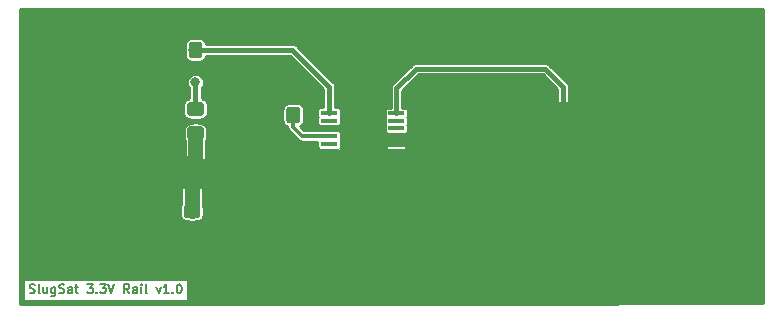
<source format=gbr>
G04 #@! TF.GenerationSoftware,KiCad,Pcbnew,(5.1.4-0)*
G04 #@! TF.CreationDate,2020-02-24T15:23:44-08:00*
G04 #@! TF.ProjectId,3.3V_Rail,332e3356-5f52-4616-996c-2e6b69636164,rev?*
G04 #@! TF.SameCoordinates,Original*
G04 #@! TF.FileFunction,Copper,L1,Top*
G04 #@! TF.FilePolarity,Positive*
%FSLAX46Y46*%
G04 Gerber Fmt 4.6, Leading zero omitted, Abs format (unit mm)*
G04 Created by KiCad (PCBNEW (5.1.4-0)) date 2020-02-24 15:23:44*
%MOMM*%
%LPD*%
G04 APERTURE LIST*
%ADD10C,0.190500*%
%ADD11C,2.600000*%
%ADD12R,2.600000X2.600000*%
%ADD13C,0.100000*%
%ADD14C,1.150000*%
%ADD15R,1.850000X3.400000*%
%ADD16R,1.422400X0.355600*%
%ADD17R,2.997200X3.098800*%
%ADD18C,2.250000*%
%ADD19C,0.800000*%
%ADD20C,1.524000*%
%ADD21C,0.406400*%
%ADD22C,0.304800*%
%ADD23C,1.270000*%
%ADD24C,0.254000*%
G04 APERTURE END LIST*
D10*
X102652285Y-100257428D02*
X102761142Y-100293714D01*
X102942571Y-100293714D01*
X103015142Y-100257428D01*
X103051428Y-100221142D01*
X103087714Y-100148571D01*
X103087714Y-100076000D01*
X103051428Y-100003428D01*
X103015142Y-99967142D01*
X102942571Y-99930857D01*
X102797428Y-99894571D01*
X102724857Y-99858285D01*
X102688571Y-99822000D01*
X102652285Y-99749428D01*
X102652285Y-99676857D01*
X102688571Y-99604285D01*
X102724857Y-99568000D01*
X102797428Y-99531714D01*
X102978857Y-99531714D01*
X103087714Y-99568000D01*
X103523142Y-100293714D02*
X103450571Y-100257428D01*
X103414285Y-100184857D01*
X103414285Y-99531714D01*
X104140000Y-99785714D02*
X104140000Y-100293714D01*
X103813428Y-99785714D02*
X103813428Y-100184857D01*
X103849714Y-100257428D01*
X103922285Y-100293714D01*
X104031142Y-100293714D01*
X104103714Y-100257428D01*
X104140000Y-100221142D01*
X104829428Y-99785714D02*
X104829428Y-100402571D01*
X104793142Y-100475142D01*
X104756857Y-100511428D01*
X104684285Y-100547714D01*
X104575428Y-100547714D01*
X104502857Y-100511428D01*
X104829428Y-100257428D02*
X104756857Y-100293714D01*
X104611714Y-100293714D01*
X104539142Y-100257428D01*
X104502857Y-100221142D01*
X104466571Y-100148571D01*
X104466571Y-99930857D01*
X104502857Y-99858285D01*
X104539142Y-99822000D01*
X104611714Y-99785714D01*
X104756857Y-99785714D01*
X104829428Y-99822000D01*
X105156000Y-100257428D02*
X105264857Y-100293714D01*
X105446285Y-100293714D01*
X105518857Y-100257428D01*
X105555142Y-100221142D01*
X105591428Y-100148571D01*
X105591428Y-100076000D01*
X105555142Y-100003428D01*
X105518857Y-99967142D01*
X105446285Y-99930857D01*
X105301142Y-99894571D01*
X105228571Y-99858285D01*
X105192285Y-99822000D01*
X105156000Y-99749428D01*
X105156000Y-99676857D01*
X105192285Y-99604285D01*
X105228571Y-99568000D01*
X105301142Y-99531714D01*
X105482571Y-99531714D01*
X105591428Y-99568000D01*
X106244571Y-100293714D02*
X106244571Y-99894571D01*
X106208285Y-99822000D01*
X106135714Y-99785714D01*
X105990571Y-99785714D01*
X105918000Y-99822000D01*
X106244571Y-100257428D02*
X106172000Y-100293714D01*
X105990571Y-100293714D01*
X105918000Y-100257428D01*
X105881714Y-100184857D01*
X105881714Y-100112285D01*
X105918000Y-100039714D01*
X105990571Y-100003428D01*
X106172000Y-100003428D01*
X106244571Y-99967142D01*
X106498571Y-99785714D02*
X106788857Y-99785714D01*
X106607428Y-99531714D02*
X106607428Y-100184857D01*
X106643714Y-100257428D01*
X106716285Y-100293714D01*
X106788857Y-100293714D01*
X107550857Y-99531714D02*
X108022571Y-99531714D01*
X107768571Y-99822000D01*
X107877428Y-99822000D01*
X107950000Y-99858285D01*
X107986285Y-99894571D01*
X108022571Y-99967142D01*
X108022571Y-100148571D01*
X107986285Y-100221142D01*
X107950000Y-100257428D01*
X107877428Y-100293714D01*
X107659714Y-100293714D01*
X107587142Y-100257428D01*
X107550857Y-100221142D01*
X108349142Y-100221142D02*
X108385428Y-100257428D01*
X108349142Y-100293714D01*
X108312857Y-100257428D01*
X108349142Y-100221142D01*
X108349142Y-100293714D01*
X108639428Y-99531714D02*
X109111142Y-99531714D01*
X108857142Y-99822000D01*
X108966000Y-99822000D01*
X109038571Y-99858285D01*
X109074857Y-99894571D01*
X109111142Y-99967142D01*
X109111142Y-100148571D01*
X109074857Y-100221142D01*
X109038571Y-100257428D01*
X108966000Y-100293714D01*
X108748285Y-100293714D01*
X108675714Y-100257428D01*
X108639428Y-100221142D01*
X109328857Y-99531714D02*
X109582857Y-100293714D01*
X109836857Y-99531714D01*
X111106857Y-100293714D02*
X110852857Y-99930857D01*
X110671428Y-100293714D02*
X110671428Y-99531714D01*
X110961714Y-99531714D01*
X111034285Y-99568000D01*
X111070571Y-99604285D01*
X111106857Y-99676857D01*
X111106857Y-99785714D01*
X111070571Y-99858285D01*
X111034285Y-99894571D01*
X110961714Y-99930857D01*
X110671428Y-99930857D01*
X111759999Y-100293714D02*
X111759999Y-99894571D01*
X111723714Y-99822000D01*
X111651142Y-99785714D01*
X111505999Y-99785714D01*
X111433428Y-99822000D01*
X111759999Y-100257428D02*
X111687428Y-100293714D01*
X111505999Y-100293714D01*
X111433428Y-100257428D01*
X111397142Y-100184857D01*
X111397142Y-100112285D01*
X111433428Y-100039714D01*
X111505999Y-100003428D01*
X111687428Y-100003428D01*
X111759999Y-99967142D01*
X112122857Y-100293714D02*
X112122857Y-99785714D01*
X112122857Y-99531714D02*
X112086571Y-99568000D01*
X112122857Y-99604285D01*
X112159142Y-99568000D01*
X112122857Y-99531714D01*
X112122857Y-99604285D01*
X112594571Y-100293714D02*
X112521999Y-100257428D01*
X112485714Y-100184857D01*
X112485714Y-99531714D01*
X113392857Y-99785714D02*
X113574285Y-100293714D01*
X113755714Y-99785714D01*
X114445142Y-100293714D02*
X114009714Y-100293714D01*
X114227428Y-100293714D02*
X114227428Y-99531714D01*
X114154857Y-99640571D01*
X114082285Y-99713142D01*
X114009714Y-99749428D01*
X114771714Y-100221142D02*
X114807999Y-100257428D01*
X114771714Y-100293714D01*
X114735428Y-100257428D01*
X114771714Y-100221142D01*
X114771714Y-100293714D01*
X115279714Y-99531714D02*
X115352285Y-99531714D01*
X115424857Y-99568000D01*
X115461142Y-99604285D01*
X115497428Y-99676857D01*
X115533714Y-99822000D01*
X115533714Y-100003428D01*
X115497428Y-100148571D01*
X115461142Y-100221142D01*
X115424857Y-100257428D01*
X115352285Y-100293714D01*
X115279714Y-100293714D01*
X115207142Y-100257428D01*
X115170857Y-100221142D01*
X115134571Y-100148571D01*
X115098285Y-100003428D01*
X115098285Y-99822000D01*
X115134571Y-99676857D01*
X115170857Y-99604285D01*
X115207142Y-99568000D01*
X115279714Y-99531714D01*
D11*
X107850000Y-86550000D03*
D12*
X107850000Y-91550000D03*
D13*
G36*
X117049505Y-79001204D02*
G01*
X117073773Y-79004804D01*
X117097572Y-79010765D01*
X117120671Y-79019030D01*
X117142850Y-79029520D01*
X117163893Y-79042132D01*
X117183599Y-79056747D01*
X117201777Y-79073223D01*
X117218253Y-79091401D01*
X117232868Y-79111107D01*
X117245480Y-79132150D01*
X117255970Y-79154329D01*
X117264235Y-79177428D01*
X117270196Y-79201227D01*
X117273796Y-79225495D01*
X117275000Y-79249999D01*
X117275000Y-80150001D01*
X117273796Y-80174505D01*
X117270196Y-80198773D01*
X117264235Y-80222572D01*
X117255970Y-80245671D01*
X117245480Y-80267850D01*
X117232868Y-80288893D01*
X117218253Y-80308599D01*
X117201777Y-80326777D01*
X117183599Y-80343253D01*
X117163893Y-80357868D01*
X117142850Y-80370480D01*
X117120671Y-80380970D01*
X117097572Y-80389235D01*
X117073773Y-80395196D01*
X117049505Y-80398796D01*
X117025001Y-80400000D01*
X116374999Y-80400000D01*
X116350495Y-80398796D01*
X116326227Y-80395196D01*
X116302428Y-80389235D01*
X116279329Y-80380970D01*
X116257150Y-80370480D01*
X116236107Y-80357868D01*
X116216401Y-80343253D01*
X116198223Y-80326777D01*
X116181747Y-80308599D01*
X116167132Y-80288893D01*
X116154520Y-80267850D01*
X116144030Y-80245671D01*
X116135765Y-80222572D01*
X116129804Y-80198773D01*
X116126204Y-80174505D01*
X116125000Y-80150001D01*
X116125000Y-79249999D01*
X116126204Y-79225495D01*
X116129804Y-79201227D01*
X116135765Y-79177428D01*
X116144030Y-79154329D01*
X116154520Y-79132150D01*
X116167132Y-79111107D01*
X116181747Y-79091401D01*
X116198223Y-79073223D01*
X116216401Y-79056747D01*
X116236107Y-79042132D01*
X116257150Y-79029520D01*
X116279329Y-79019030D01*
X116302428Y-79010765D01*
X116326227Y-79004804D01*
X116350495Y-79001204D01*
X116374999Y-79000000D01*
X117025001Y-79000000D01*
X117049505Y-79001204D01*
X117049505Y-79001204D01*
G37*
D14*
X116700000Y-79700000D03*
D13*
G36*
X114999505Y-79001204D02*
G01*
X115023773Y-79004804D01*
X115047572Y-79010765D01*
X115070671Y-79019030D01*
X115092850Y-79029520D01*
X115113893Y-79042132D01*
X115133599Y-79056747D01*
X115151777Y-79073223D01*
X115168253Y-79091401D01*
X115182868Y-79111107D01*
X115195480Y-79132150D01*
X115205970Y-79154329D01*
X115214235Y-79177428D01*
X115220196Y-79201227D01*
X115223796Y-79225495D01*
X115225000Y-79249999D01*
X115225000Y-80150001D01*
X115223796Y-80174505D01*
X115220196Y-80198773D01*
X115214235Y-80222572D01*
X115205970Y-80245671D01*
X115195480Y-80267850D01*
X115182868Y-80288893D01*
X115168253Y-80308599D01*
X115151777Y-80326777D01*
X115133599Y-80343253D01*
X115113893Y-80357868D01*
X115092850Y-80370480D01*
X115070671Y-80380970D01*
X115047572Y-80389235D01*
X115023773Y-80395196D01*
X114999505Y-80398796D01*
X114975001Y-80400000D01*
X114324999Y-80400000D01*
X114300495Y-80398796D01*
X114276227Y-80395196D01*
X114252428Y-80389235D01*
X114229329Y-80380970D01*
X114207150Y-80370480D01*
X114186107Y-80357868D01*
X114166401Y-80343253D01*
X114148223Y-80326777D01*
X114131747Y-80308599D01*
X114117132Y-80288893D01*
X114104520Y-80267850D01*
X114094030Y-80245671D01*
X114085765Y-80222572D01*
X114079804Y-80198773D01*
X114076204Y-80174505D01*
X114075000Y-80150001D01*
X114075000Y-79249999D01*
X114076204Y-79225495D01*
X114079804Y-79201227D01*
X114085765Y-79177428D01*
X114094030Y-79154329D01*
X114104520Y-79132150D01*
X114117132Y-79111107D01*
X114131747Y-79091401D01*
X114148223Y-79073223D01*
X114166401Y-79056747D01*
X114186107Y-79042132D01*
X114207150Y-79029520D01*
X114229329Y-79019030D01*
X114252428Y-79010765D01*
X114276227Y-79004804D01*
X114300495Y-79001204D01*
X114324999Y-79000000D01*
X114975001Y-79000000D01*
X114999505Y-79001204D01*
X114999505Y-79001204D01*
G37*
D14*
X114650000Y-79700000D03*
D13*
G36*
X116874505Y-94851204D02*
G01*
X116898773Y-94854804D01*
X116922572Y-94860765D01*
X116945671Y-94869030D01*
X116967850Y-94879520D01*
X116988893Y-94892132D01*
X117008599Y-94906747D01*
X117026777Y-94923223D01*
X117043253Y-94941401D01*
X117057868Y-94961107D01*
X117070480Y-94982150D01*
X117080970Y-95004329D01*
X117089235Y-95027428D01*
X117095196Y-95051227D01*
X117098796Y-95075495D01*
X117100000Y-95099999D01*
X117100000Y-95750001D01*
X117098796Y-95774505D01*
X117095196Y-95798773D01*
X117089235Y-95822572D01*
X117080970Y-95845671D01*
X117070480Y-95867850D01*
X117057868Y-95888893D01*
X117043253Y-95908599D01*
X117026777Y-95926777D01*
X117008599Y-95943253D01*
X116988893Y-95957868D01*
X116967850Y-95970480D01*
X116945671Y-95980970D01*
X116922572Y-95989235D01*
X116898773Y-95995196D01*
X116874505Y-95998796D01*
X116850001Y-96000000D01*
X115949999Y-96000000D01*
X115925495Y-95998796D01*
X115901227Y-95995196D01*
X115877428Y-95989235D01*
X115854329Y-95980970D01*
X115832150Y-95970480D01*
X115811107Y-95957868D01*
X115791401Y-95943253D01*
X115773223Y-95926777D01*
X115756747Y-95908599D01*
X115742132Y-95888893D01*
X115729520Y-95867850D01*
X115719030Y-95845671D01*
X115710765Y-95822572D01*
X115704804Y-95798773D01*
X115701204Y-95774505D01*
X115700000Y-95750001D01*
X115700000Y-95099999D01*
X115701204Y-95075495D01*
X115704804Y-95051227D01*
X115710765Y-95027428D01*
X115719030Y-95004329D01*
X115729520Y-94982150D01*
X115742132Y-94961107D01*
X115756747Y-94941401D01*
X115773223Y-94923223D01*
X115791401Y-94906747D01*
X115811107Y-94892132D01*
X115832150Y-94879520D01*
X115854329Y-94869030D01*
X115877428Y-94860765D01*
X115901227Y-94854804D01*
X115925495Y-94851204D01*
X115949999Y-94850000D01*
X116850001Y-94850000D01*
X116874505Y-94851204D01*
X116874505Y-94851204D01*
G37*
D14*
X116400000Y-95425000D03*
D13*
G36*
X116874505Y-92801204D02*
G01*
X116898773Y-92804804D01*
X116922572Y-92810765D01*
X116945671Y-92819030D01*
X116967850Y-92829520D01*
X116988893Y-92842132D01*
X117008599Y-92856747D01*
X117026777Y-92873223D01*
X117043253Y-92891401D01*
X117057868Y-92911107D01*
X117070480Y-92932150D01*
X117080970Y-92954329D01*
X117089235Y-92977428D01*
X117095196Y-93001227D01*
X117098796Y-93025495D01*
X117100000Y-93049999D01*
X117100000Y-93700001D01*
X117098796Y-93724505D01*
X117095196Y-93748773D01*
X117089235Y-93772572D01*
X117080970Y-93795671D01*
X117070480Y-93817850D01*
X117057868Y-93838893D01*
X117043253Y-93858599D01*
X117026777Y-93876777D01*
X117008599Y-93893253D01*
X116988893Y-93907868D01*
X116967850Y-93920480D01*
X116945671Y-93930970D01*
X116922572Y-93939235D01*
X116898773Y-93945196D01*
X116874505Y-93948796D01*
X116850001Y-93950000D01*
X115949999Y-93950000D01*
X115925495Y-93948796D01*
X115901227Y-93945196D01*
X115877428Y-93939235D01*
X115854329Y-93930970D01*
X115832150Y-93920480D01*
X115811107Y-93907868D01*
X115791401Y-93893253D01*
X115773223Y-93876777D01*
X115756747Y-93858599D01*
X115742132Y-93838893D01*
X115729520Y-93817850D01*
X115719030Y-93795671D01*
X115710765Y-93772572D01*
X115704804Y-93748773D01*
X115701204Y-93724505D01*
X115700000Y-93700001D01*
X115700000Y-93049999D01*
X115701204Y-93025495D01*
X115704804Y-93001227D01*
X115710765Y-92977428D01*
X115719030Y-92954329D01*
X115729520Y-92932150D01*
X115742132Y-92911107D01*
X115756747Y-92891401D01*
X115773223Y-92873223D01*
X115791401Y-92856747D01*
X115811107Y-92842132D01*
X115832150Y-92829520D01*
X115854329Y-92819030D01*
X115877428Y-92810765D01*
X115901227Y-92804804D01*
X115925495Y-92801204D01*
X115949999Y-92800000D01*
X116850001Y-92800000D01*
X116874505Y-92801204D01*
X116874505Y-92801204D01*
G37*
D14*
X116400000Y-93375000D03*
D13*
G36*
X125317505Y-84518204D02*
G01*
X125341773Y-84521804D01*
X125365572Y-84527765D01*
X125388671Y-84536030D01*
X125410850Y-84546520D01*
X125431893Y-84559132D01*
X125451599Y-84573747D01*
X125469777Y-84590223D01*
X125486253Y-84608401D01*
X125500868Y-84628107D01*
X125513480Y-84649150D01*
X125523970Y-84671329D01*
X125532235Y-84694428D01*
X125538196Y-84718227D01*
X125541796Y-84742495D01*
X125543000Y-84766999D01*
X125543000Y-85667001D01*
X125541796Y-85691505D01*
X125538196Y-85715773D01*
X125532235Y-85739572D01*
X125523970Y-85762671D01*
X125513480Y-85784850D01*
X125500868Y-85805893D01*
X125486253Y-85825599D01*
X125469777Y-85843777D01*
X125451599Y-85860253D01*
X125431893Y-85874868D01*
X125410850Y-85887480D01*
X125388671Y-85897970D01*
X125365572Y-85906235D01*
X125341773Y-85912196D01*
X125317505Y-85915796D01*
X125293001Y-85917000D01*
X124642999Y-85917000D01*
X124618495Y-85915796D01*
X124594227Y-85912196D01*
X124570428Y-85906235D01*
X124547329Y-85897970D01*
X124525150Y-85887480D01*
X124504107Y-85874868D01*
X124484401Y-85860253D01*
X124466223Y-85843777D01*
X124449747Y-85825599D01*
X124435132Y-85805893D01*
X124422520Y-85784850D01*
X124412030Y-85762671D01*
X124403765Y-85739572D01*
X124397804Y-85715773D01*
X124394204Y-85691505D01*
X124393000Y-85667001D01*
X124393000Y-84766999D01*
X124394204Y-84742495D01*
X124397804Y-84718227D01*
X124403765Y-84694428D01*
X124412030Y-84671329D01*
X124422520Y-84649150D01*
X124435132Y-84628107D01*
X124449747Y-84608401D01*
X124466223Y-84590223D01*
X124484401Y-84573747D01*
X124504107Y-84559132D01*
X124525150Y-84546520D01*
X124547329Y-84536030D01*
X124570428Y-84527765D01*
X124594227Y-84521804D01*
X124618495Y-84518204D01*
X124642999Y-84517000D01*
X125293001Y-84517000D01*
X125317505Y-84518204D01*
X125317505Y-84518204D01*
G37*
D14*
X124968000Y-85217000D03*
D13*
G36*
X123267505Y-84518204D02*
G01*
X123291773Y-84521804D01*
X123315572Y-84527765D01*
X123338671Y-84536030D01*
X123360850Y-84546520D01*
X123381893Y-84559132D01*
X123401599Y-84573747D01*
X123419777Y-84590223D01*
X123436253Y-84608401D01*
X123450868Y-84628107D01*
X123463480Y-84649150D01*
X123473970Y-84671329D01*
X123482235Y-84694428D01*
X123488196Y-84718227D01*
X123491796Y-84742495D01*
X123493000Y-84766999D01*
X123493000Y-85667001D01*
X123491796Y-85691505D01*
X123488196Y-85715773D01*
X123482235Y-85739572D01*
X123473970Y-85762671D01*
X123463480Y-85784850D01*
X123450868Y-85805893D01*
X123436253Y-85825599D01*
X123419777Y-85843777D01*
X123401599Y-85860253D01*
X123381893Y-85874868D01*
X123360850Y-85887480D01*
X123338671Y-85897970D01*
X123315572Y-85906235D01*
X123291773Y-85912196D01*
X123267505Y-85915796D01*
X123243001Y-85917000D01*
X122592999Y-85917000D01*
X122568495Y-85915796D01*
X122544227Y-85912196D01*
X122520428Y-85906235D01*
X122497329Y-85897970D01*
X122475150Y-85887480D01*
X122454107Y-85874868D01*
X122434401Y-85860253D01*
X122416223Y-85843777D01*
X122399747Y-85825599D01*
X122385132Y-85805893D01*
X122372520Y-85784850D01*
X122362030Y-85762671D01*
X122353765Y-85739572D01*
X122347804Y-85715773D01*
X122344204Y-85691505D01*
X122343000Y-85667001D01*
X122343000Y-84766999D01*
X122344204Y-84742495D01*
X122347804Y-84718227D01*
X122353765Y-84694428D01*
X122362030Y-84671329D01*
X122372520Y-84649150D01*
X122385132Y-84628107D01*
X122399747Y-84608401D01*
X122416223Y-84590223D01*
X122434401Y-84573747D01*
X122454107Y-84559132D01*
X122475150Y-84546520D01*
X122497329Y-84536030D01*
X122520428Y-84527765D01*
X122544227Y-84521804D01*
X122568495Y-84518204D01*
X122592999Y-84517000D01*
X123243001Y-84517000D01*
X123267505Y-84518204D01*
X123267505Y-84518204D01*
G37*
D14*
X122918000Y-85217000D03*
D12*
X159004000Y-92122000D03*
D11*
X159004000Y-87122000D03*
D15*
X137300000Y-95575000D03*
X142850000Y-95575000D03*
D13*
G36*
X117174505Y-84126204D02*
G01*
X117198773Y-84129804D01*
X117222572Y-84135765D01*
X117245671Y-84144030D01*
X117267850Y-84154520D01*
X117288893Y-84167132D01*
X117308599Y-84181747D01*
X117326777Y-84198223D01*
X117343253Y-84216401D01*
X117357868Y-84236107D01*
X117370480Y-84257150D01*
X117380970Y-84279329D01*
X117389235Y-84302428D01*
X117395196Y-84326227D01*
X117398796Y-84350495D01*
X117400000Y-84374999D01*
X117400000Y-85025001D01*
X117398796Y-85049505D01*
X117395196Y-85073773D01*
X117389235Y-85097572D01*
X117380970Y-85120671D01*
X117370480Y-85142850D01*
X117357868Y-85163893D01*
X117343253Y-85183599D01*
X117326777Y-85201777D01*
X117308599Y-85218253D01*
X117288893Y-85232868D01*
X117267850Y-85245480D01*
X117245671Y-85255970D01*
X117222572Y-85264235D01*
X117198773Y-85270196D01*
X117174505Y-85273796D01*
X117150001Y-85275000D01*
X116249999Y-85275000D01*
X116225495Y-85273796D01*
X116201227Y-85270196D01*
X116177428Y-85264235D01*
X116154329Y-85255970D01*
X116132150Y-85245480D01*
X116111107Y-85232868D01*
X116091401Y-85218253D01*
X116073223Y-85201777D01*
X116056747Y-85183599D01*
X116042132Y-85163893D01*
X116029520Y-85142850D01*
X116019030Y-85120671D01*
X116010765Y-85097572D01*
X116004804Y-85073773D01*
X116001204Y-85049505D01*
X116000000Y-85025001D01*
X116000000Y-84374999D01*
X116001204Y-84350495D01*
X116004804Y-84326227D01*
X116010765Y-84302428D01*
X116019030Y-84279329D01*
X116029520Y-84257150D01*
X116042132Y-84236107D01*
X116056747Y-84216401D01*
X116073223Y-84198223D01*
X116091401Y-84181747D01*
X116111107Y-84167132D01*
X116132150Y-84154520D01*
X116154329Y-84144030D01*
X116177428Y-84135765D01*
X116201227Y-84129804D01*
X116225495Y-84126204D01*
X116249999Y-84125000D01*
X117150001Y-84125000D01*
X117174505Y-84126204D01*
X117174505Y-84126204D01*
G37*
D14*
X116700000Y-84700000D03*
D13*
G36*
X117174505Y-86176204D02*
G01*
X117198773Y-86179804D01*
X117222572Y-86185765D01*
X117245671Y-86194030D01*
X117267850Y-86204520D01*
X117288893Y-86217132D01*
X117308599Y-86231747D01*
X117326777Y-86248223D01*
X117343253Y-86266401D01*
X117357868Y-86286107D01*
X117370480Y-86307150D01*
X117380970Y-86329329D01*
X117389235Y-86352428D01*
X117395196Y-86376227D01*
X117398796Y-86400495D01*
X117400000Y-86424999D01*
X117400000Y-87075001D01*
X117398796Y-87099505D01*
X117395196Y-87123773D01*
X117389235Y-87147572D01*
X117380970Y-87170671D01*
X117370480Y-87192850D01*
X117357868Y-87213893D01*
X117343253Y-87233599D01*
X117326777Y-87251777D01*
X117308599Y-87268253D01*
X117288893Y-87282868D01*
X117267850Y-87295480D01*
X117245671Y-87305970D01*
X117222572Y-87314235D01*
X117198773Y-87320196D01*
X117174505Y-87323796D01*
X117150001Y-87325000D01*
X116249999Y-87325000D01*
X116225495Y-87323796D01*
X116201227Y-87320196D01*
X116177428Y-87314235D01*
X116154329Y-87305970D01*
X116132150Y-87295480D01*
X116111107Y-87282868D01*
X116091401Y-87268253D01*
X116073223Y-87251777D01*
X116056747Y-87233599D01*
X116042132Y-87213893D01*
X116029520Y-87192850D01*
X116019030Y-87170671D01*
X116010765Y-87147572D01*
X116004804Y-87123773D01*
X116001204Y-87099505D01*
X116000000Y-87075001D01*
X116000000Y-86424999D01*
X116001204Y-86400495D01*
X116004804Y-86376227D01*
X116010765Y-86352428D01*
X116019030Y-86329329D01*
X116029520Y-86307150D01*
X116042132Y-86286107D01*
X116056747Y-86266401D01*
X116073223Y-86248223D01*
X116091401Y-86231747D01*
X116111107Y-86217132D01*
X116132150Y-86204520D01*
X116154329Y-86194030D01*
X116177428Y-86185765D01*
X116201227Y-86179804D01*
X116225495Y-86176204D01*
X116249999Y-86175000D01*
X117150001Y-86175000D01*
X117174505Y-86176204D01*
X117174505Y-86176204D01*
G37*
D14*
X116700000Y-86750000D03*
D16*
X128010400Y-85044999D03*
X128010400Y-85695000D03*
X128010400Y-86345001D03*
X128010400Y-86995000D03*
X128010400Y-87644999D03*
X128010400Y-88295000D03*
X128010400Y-88944999D03*
X133700000Y-88945001D03*
X133700000Y-88295000D03*
X133700000Y-87645001D03*
X133700000Y-86995000D03*
X133700000Y-86345001D03*
X133700000Y-85695000D03*
X133700000Y-85045001D03*
D17*
X130855200Y-86995000D03*
D13*
G36*
X127299505Y-97276204D02*
G01*
X127323773Y-97279804D01*
X127347572Y-97285765D01*
X127370671Y-97294030D01*
X127392850Y-97304520D01*
X127413893Y-97317132D01*
X127433599Y-97331747D01*
X127451777Y-97348223D01*
X127468253Y-97366401D01*
X127482868Y-97386107D01*
X127495480Y-97407150D01*
X127505970Y-97429329D01*
X127514235Y-97452428D01*
X127520196Y-97476227D01*
X127523796Y-97500495D01*
X127525000Y-97524999D01*
X127525000Y-99275001D01*
X127523796Y-99299505D01*
X127520196Y-99323773D01*
X127514235Y-99347572D01*
X127505970Y-99370671D01*
X127495480Y-99392850D01*
X127482868Y-99413893D01*
X127468253Y-99433599D01*
X127451777Y-99451777D01*
X127433599Y-99468253D01*
X127413893Y-99482868D01*
X127392850Y-99495480D01*
X127370671Y-99505970D01*
X127347572Y-99514235D01*
X127323773Y-99520196D01*
X127299505Y-99523796D01*
X127275001Y-99525000D01*
X125224999Y-99525000D01*
X125200495Y-99523796D01*
X125176227Y-99520196D01*
X125152428Y-99514235D01*
X125129329Y-99505970D01*
X125107150Y-99495480D01*
X125086107Y-99482868D01*
X125066401Y-99468253D01*
X125048223Y-99451777D01*
X125031747Y-99433599D01*
X125017132Y-99413893D01*
X125004520Y-99392850D01*
X124994030Y-99370671D01*
X124985765Y-99347572D01*
X124979804Y-99323773D01*
X124976204Y-99299505D01*
X124975000Y-99275001D01*
X124975000Y-97524999D01*
X124976204Y-97500495D01*
X124979804Y-97476227D01*
X124985765Y-97452428D01*
X124994030Y-97429329D01*
X125004520Y-97407150D01*
X125017132Y-97386107D01*
X125031747Y-97366401D01*
X125048223Y-97348223D01*
X125066401Y-97331747D01*
X125086107Y-97317132D01*
X125107150Y-97304520D01*
X125129329Y-97294030D01*
X125152428Y-97285765D01*
X125176227Y-97279804D01*
X125200495Y-97276204D01*
X125224999Y-97275000D01*
X127275001Y-97275000D01*
X127299505Y-97276204D01*
X127299505Y-97276204D01*
G37*
D18*
X126250000Y-98400000D03*
D13*
G36*
X127299505Y-90876204D02*
G01*
X127323773Y-90879804D01*
X127347572Y-90885765D01*
X127370671Y-90894030D01*
X127392850Y-90904520D01*
X127413893Y-90917132D01*
X127433599Y-90931747D01*
X127451777Y-90948223D01*
X127468253Y-90966401D01*
X127482868Y-90986107D01*
X127495480Y-91007150D01*
X127505970Y-91029329D01*
X127514235Y-91052428D01*
X127520196Y-91076227D01*
X127523796Y-91100495D01*
X127525000Y-91124999D01*
X127525000Y-92875001D01*
X127523796Y-92899505D01*
X127520196Y-92923773D01*
X127514235Y-92947572D01*
X127505970Y-92970671D01*
X127495480Y-92992850D01*
X127482868Y-93013893D01*
X127468253Y-93033599D01*
X127451777Y-93051777D01*
X127433599Y-93068253D01*
X127413893Y-93082868D01*
X127392850Y-93095480D01*
X127370671Y-93105970D01*
X127347572Y-93114235D01*
X127323773Y-93120196D01*
X127299505Y-93123796D01*
X127275001Y-93125000D01*
X125224999Y-93125000D01*
X125200495Y-93123796D01*
X125176227Y-93120196D01*
X125152428Y-93114235D01*
X125129329Y-93105970D01*
X125107150Y-93095480D01*
X125086107Y-93082868D01*
X125066401Y-93068253D01*
X125048223Y-93051777D01*
X125031747Y-93033599D01*
X125017132Y-93013893D01*
X125004520Y-92992850D01*
X124994030Y-92970671D01*
X124985765Y-92947572D01*
X124979804Y-92923773D01*
X124976204Y-92899505D01*
X124975000Y-92875001D01*
X124975000Y-91124999D01*
X124976204Y-91100495D01*
X124979804Y-91076227D01*
X124985765Y-91052428D01*
X124994030Y-91029329D01*
X125004520Y-91007150D01*
X125017132Y-90986107D01*
X125031747Y-90966401D01*
X125048223Y-90948223D01*
X125066401Y-90931747D01*
X125086107Y-90917132D01*
X125107150Y-90904520D01*
X125129329Y-90894030D01*
X125152428Y-90885765D01*
X125176227Y-90879804D01*
X125200495Y-90876204D01*
X125224999Y-90875000D01*
X127275001Y-90875000D01*
X127299505Y-90876204D01*
X127299505Y-90876204D01*
G37*
D18*
X126250000Y-92000000D03*
D13*
G36*
X148724505Y-85876204D02*
G01*
X148748773Y-85879804D01*
X148772572Y-85885765D01*
X148795671Y-85894030D01*
X148817850Y-85904520D01*
X148838893Y-85917132D01*
X148858599Y-85931747D01*
X148876777Y-85948223D01*
X148893253Y-85966401D01*
X148907868Y-85986107D01*
X148920480Y-86007150D01*
X148930970Y-86029329D01*
X148939235Y-86052428D01*
X148945196Y-86076227D01*
X148948796Y-86100495D01*
X148950000Y-86124999D01*
X148950000Y-88175001D01*
X148948796Y-88199505D01*
X148945196Y-88223773D01*
X148939235Y-88247572D01*
X148930970Y-88270671D01*
X148920480Y-88292850D01*
X148907868Y-88313893D01*
X148893253Y-88333599D01*
X148876777Y-88351777D01*
X148858599Y-88368253D01*
X148838893Y-88382868D01*
X148817850Y-88395480D01*
X148795671Y-88405970D01*
X148772572Y-88414235D01*
X148748773Y-88420196D01*
X148724505Y-88423796D01*
X148700001Y-88425000D01*
X146949999Y-88425000D01*
X146925495Y-88423796D01*
X146901227Y-88420196D01*
X146877428Y-88414235D01*
X146854329Y-88405970D01*
X146832150Y-88395480D01*
X146811107Y-88382868D01*
X146791401Y-88368253D01*
X146773223Y-88351777D01*
X146756747Y-88333599D01*
X146742132Y-88313893D01*
X146729520Y-88292850D01*
X146719030Y-88270671D01*
X146710765Y-88247572D01*
X146704804Y-88223773D01*
X146701204Y-88199505D01*
X146700000Y-88175001D01*
X146700000Y-86124999D01*
X146701204Y-86100495D01*
X146704804Y-86076227D01*
X146710765Y-86052428D01*
X146719030Y-86029329D01*
X146729520Y-86007150D01*
X146742132Y-85986107D01*
X146756747Y-85966401D01*
X146773223Y-85948223D01*
X146791401Y-85931747D01*
X146811107Y-85917132D01*
X146832150Y-85904520D01*
X146854329Y-85894030D01*
X146877428Y-85885765D01*
X146901227Y-85879804D01*
X146925495Y-85876204D01*
X146949999Y-85875000D01*
X148700001Y-85875000D01*
X148724505Y-85876204D01*
X148724505Y-85876204D01*
G37*
D18*
X147825000Y-87150000D03*
D13*
G36*
X142324505Y-85876204D02*
G01*
X142348773Y-85879804D01*
X142372572Y-85885765D01*
X142395671Y-85894030D01*
X142417850Y-85904520D01*
X142438893Y-85917132D01*
X142458599Y-85931747D01*
X142476777Y-85948223D01*
X142493253Y-85966401D01*
X142507868Y-85986107D01*
X142520480Y-86007150D01*
X142530970Y-86029329D01*
X142539235Y-86052428D01*
X142545196Y-86076227D01*
X142548796Y-86100495D01*
X142550000Y-86124999D01*
X142550000Y-88175001D01*
X142548796Y-88199505D01*
X142545196Y-88223773D01*
X142539235Y-88247572D01*
X142530970Y-88270671D01*
X142520480Y-88292850D01*
X142507868Y-88313893D01*
X142493253Y-88333599D01*
X142476777Y-88351777D01*
X142458599Y-88368253D01*
X142438893Y-88382868D01*
X142417850Y-88395480D01*
X142395671Y-88405970D01*
X142372572Y-88414235D01*
X142348773Y-88420196D01*
X142324505Y-88423796D01*
X142300001Y-88425000D01*
X140549999Y-88425000D01*
X140525495Y-88423796D01*
X140501227Y-88420196D01*
X140477428Y-88414235D01*
X140454329Y-88405970D01*
X140432150Y-88395480D01*
X140411107Y-88382868D01*
X140391401Y-88368253D01*
X140373223Y-88351777D01*
X140356747Y-88333599D01*
X140342132Y-88313893D01*
X140329520Y-88292850D01*
X140319030Y-88270671D01*
X140310765Y-88247572D01*
X140304804Y-88223773D01*
X140301204Y-88199505D01*
X140300000Y-88175001D01*
X140300000Y-86124999D01*
X140301204Y-86100495D01*
X140304804Y-86076227D01*
X140310765Y-86052428D01*
X140319030Y-86029329D01*
X140329520Y-86007150D01*
X140342132Y-85986107D01*
X140356747Y-85966401D01*
X140373223Y-85948223D01*
X140391401Y-85931747D01*
X140411107Y-85917132D01*
X140432150Y-85904520D01*
X140454329Y-85894030D01*
X140477428Y-85885765D01*
X140501227Y-85879804D01*
X140525495Y-85876204D01*
X140549999Y-85875000D01*
X142300001Y-85875000D01*
X142324505Y-85876204D01*
X142324505Y-85876204D01*
G37*
D18*
X141425000Y-87150000D03*
D19*
X116700000Y-82436000D03*
D20*
X151765000Y-87122000D03*
X113919000Y-89789000D03*
D21*
X124900000Y-79700000D02*
X128010400Y-82810400D01*
X116700000Y-79700000D02*
X124900000Y-79700000D01*
X116700000Y-84700000D02*
X116700000Y-82436000D01*
X128010400Y-85044999D02*
X128010400Y-82810400D01*
D22*
X124968000Y-86233000D02*
X124968000Y-85217000D01*
X125730000Y-86995000D02*
X124968000Y-86233000D01*
X128010400Y-86995000D02*
X125730000Y-86995000D01*
D21*
X147825000Y-85775000D02*
X147828000Y-85772000D01*
X147825000Y-87150000D02*
X147825000Y-85775000D01*
X147828000Y-85772000D02*
X147828000Y-82804000D01*
X147828000Y-82804000D02*
X146304000Y-81280000D01*
X146304000Y-81280000D02*
X135382000Y-81280000D01*
X133700000Y-84460801D02*
X133700000Y-85045001D01*
X133700000Y-82962000D02*
X133700000Y-84460801D01*
X135382000Y-81280000D02*
X133700000Y-82962000D01*
D23*
X116700000Y-86750000D02*
X116700000Y-89268000D01*
X116400000Y-93375000D02*
X116400000Y-91127000D01*
D24*
G36*
X116097236Y-88971842D02*
G01*
X116116482Y-88987636D01*
X116138438Y-88999371D01*
X116181799Y-89017332D01*
X116205623Y-89024560D01*
X116230400Y-89027000D01*
X123799600Y-89027000D01*
X123824376Y-89024560D01*
X123848201Y-89017332D01*
X123891562Y-88999371D01*
X123913519Y-88987635D01*
X123932764Y-88971842D01*
X125147606Y-87757000D01*
X125687336Y-87757000D01*
X125701241Y-87760851D01*
X126277879Y-88106834D01*
X126309320Y-88120324D01*
X126356500Y-88133392D01*
X126390400Y-88138000D01*
X128778000Y-88138000D01*
X128778000Y-93599000D01*
X123884483Y-93599000D01*
X122033825Y-91378210D01*
X122016089Y-91360738D01*
X121990129Y-91344503D01*
X121948468Y-91324990D01*
X121924995Y-91316691D01*
X121894600Y-91313000D01*
X111812606Y-91313000D01*
X109327764Y-88828158D01*
X109308518Y-88812364D01*
X109286562Y-88800629D01*
X109243201Y-88782668D01*
X109219377Y-88775440D01*
X109194600Y-88773000D01*
X105537000Y-88773000D01*
X105537000Y-83947000D01*
X111072394Y-83947000D01*
X116097236Y-88971842D01*
X116097236Y-88971842D01*
G37*
X116097236Y-88971842D02*
X116116482Y-88987636D01*
X116138438Y-88999371D01*
X116181799Y-89017332D01*
X116205623Y-89024560D01*
X116230400Y-89027000D01*
X123799600Y-89027000D01*
X123824376Y-89024560D01*
X123848201Y-89017332D01*
X123891562Y-88999371D01*
X123913519Y-88987635D01*
X123932764Y-88971842D01*
X125147606Y-87757000D01*
X125687336Y-87757000D01*
X125701241Y-87760851D01*
X126277879Y-88106834D01*
X126309320Y-88120324D01*
X126356500Y-88133392D01*
X126390400Y-88138000D01*
X128778000Y-88138000D01*
X128778000Y-93599000D01*
X123884483Y-93599000D01*
X122033825Y-91378210D01*
X122016089Y-91360738D01*
X121990129Y-91344503D01*
X121948468Y-91324990D01*
X121924995Y-91316691D01*
X121894600Y-91313000D01*
X111812606Y-91313000D01*
X109327764Y-88828158D01*
X109308518Y-88812364D01*
X109286562Y-88800629D01*
X109243201Y-88782668D01*
X109219377Y-88775440D01*
X109194600Y-88773000D01*
X105537000Y-88773000D01*
X105537000Y-83947000D01*
X111072394Y-83947000D01*
X116097236Y-88971842D01*
G36*
X138811000Y-89808395D02*
G01*
X138811000Y-98066577D01*
X132715000Y-98066577D01*
X132715000Y-88004240D01*
X132715594Y-88005351D01*
X132756457Y-88055144D01*
X132806250Y-88096007D01*
X132863057Y-88126371D01*
X132924697Y-88145069D01*
X132988800Y-88151383D01*
X134411200Y-88151383D01*
X134475303Y-88145069D01*
X134536943Y-88126371D01*
X134593750Y-88096007D01*
X134643543Y-88055144D01*
X134684406Y-88005351D01*
X134714770Y-87948544D01*
X134733468Y-87886904D01*
X134739782Y-87822801D01*
X134739782Y-87666203D01*
X135094022Y-87666203D01*
X138811000Y-89808395D01*
X138811000Y-89808395D01*
G37*
X138811000Y-89808395D02*
X138811000Y-98066577D01*
X132715000Y-98066577D01*
X132715000Y-88004240D01*
X132715594Y-88005351D01*
X132756457Y-88055144D01*
X132806250Y-88096007D01*
X132863057Y-88126371D01*
X132924697Y-88145069D01*
X132988800Y-88151383D01*
X134411200Y-88151383D01*
X134475303Y-88145069D01*
X134536943Y-88126371D01*
X134593750Y-88096007D01*
X134643543Y-88055144D01*
X134684406Y-88005351D01*
X134714770Y-87948544D01*
X134733468Y-87886904D01*
X134739782Y-87822801D01*
X134739782Y-87666203D01*
X135094022Y-87666203D01*
X138811000Y-89808395D01*
G36*
X148463000Y-85585300D02*
G01*
X148465440Y-85610076D01*
X148472667Y-85633901D01*
X148484403Y-85655857D01*
X148500197Y-85675103D01*
X148512897Y-85687803D01*
X148532143Y-85703597D01*
X148554099Y-85715333D01*
X148577924Y-85722560D01*
X148602700Y-85725000D01*
X152387300Y-85725000D01*
X152412076Y-85722560D01*
X152435900Y-85715333D01*
X152457580Y-85706353D01*
X152479537Y-85694617D01*
X152498783Y-85678823D01*
X152960606Y-85217000D01*
X160909000Y-85217000D01*
X160909000Y-89027000D01*
X151396700Y-89027000D01*
X151371924Y-89029440D01*
X151348099Y-89036667D01*
X151326143Y-89048403D01*
X151306897Y-89064197D01*
X151294197Y-89076897D01*
X151278403Y-89096143D01*
X151266667Y-89118099D01*
X151259440Y-89141924D01*
X151257000Y-89166700D01*
X151257000Y-95451394D01*
X149045394Y-97663000D01*
X141605000Y-97663000D01*
X141605000Y-90043000D01*
X146291300Y-90043000D01*
X146316076Y-90040560D01*
X146339901Y-90033333D01*
X146361857Y-90021597D01*
X146381103Y-90005803D01*
X146393803Y-89993103D01*
X146409597Y-89973857D01*
X146421333Y-89951901D01*
X146428560Y-89928076D01*
X146431000Y-89903300D01*
X146431000Y-84201000D01*
X148463000Y-84201000D01*
X148463000Y-85585300D01*
X148463000Y-85585300D01*
G37*
X148463000Y-85585300D02*
X148465440Y-85610076D01*
X148472667Y-85633901D01*
X148484403Y-85655857D01*
X148500197Y-85675103D01*
X148512897Y-85687803D01*
X148532143Y-85703597D01*
X148554099Y-85715333D01*
X148577924Y-85722560D01*
X148602700Y-85725000D01*
X152387300Y-85725000D01*
X152412076Y-85722560D01*
X152435900Y-85715333D01*
X152457580Y-85706353D01*
X152479537Y-85694617D01*
X152498783Y-85678823D01*
X152960606Y-85217000D01*
X160909000Y-85217000D01*
X160909000Y-89027000D01*
X151396700Y-89027000D01*
X151371924Y-89029440D01*
X151348099Y-89036667D01*
X151326143Y-89048403D01*
X151306897Y-89064197D01*
X151294197Y-89076897D01*
X151278403Y-89096143D01*
X151266667Y-89118099D01*
X151259440Y-89141924D01*
X151257000Y-89166700D01*
X151257000Y-95451394D01*
X149045394Y-97663000D01*
X141605000Y-97663000D01*
X141605000Y-90043000D01*
X146291300Y-90043000D01*
X146316076Y-90040560D01*
X146339901Y-90033333D01*
X146361857Y-90021597D01*
X146381103Y-90005803D01*
X146393803Y-89993103D01*
X146409597Y-89973857D01*
X146421333Y-89951901D01*
X146428560Y-89928076D01*
X146431000Y-89903300D01*
X146431000Y-84201000D01*
X148463000Y-84201000D01*
X148463000Y-85585300D01*
G36*
X164719000Y-101169508D02*
G01*
X140022729Y-101219000D01*
X101854000Y-101219000D01*
X101854000Y-99073335D01*
X102132493Y-99073335D01*
X102132493Y-100965635D01*
X116053507Y-100965635D01*
X116053507Y-99073335D01*
X102132493Y-99073335D01*
X101854000Y-99073335D01*
X101854000Y-93049999D01*
X115419249Y-93049999D01*
X115419249Y-93700001D01*
X115429447Y-93803545D01*
X115459650Y-93903110D01*
X115508697Y-93994870D01*
X115574702Y-94075298D01*
X115655130Y-94141303D01*
X115746890Y-94190350D01*
X115846455Y-94220553D01*
X115949999Y-94230751D01*
X116071022Y-94230751D01*
X116220746Y-94276169D01*
X116400000Y-94293824D01*
X116579253Y-94276169D01*
X116728977Y-94230751D01*
X116850001Y-94230751D01*
X116953545Y-94220553D01*
X117053110Y-94190350D01*
X117144870Y-94141303D01*
X117225298Y-94075298D01*
X117291303Y-93994870D01*
X117340350Y-93903110D01*
X117348877Y-93875000D01*
X136046418Y-93875000D01*
X136046418Y-97275000D01*
X136052732Y-97339103D01*
X136071430Y-97400743D01*
X136101794Y-97457550D01*
X136142657Y-97507343D01*
X136192450Y-97548206D01*
X136249257Y-97578570D01*
X136310897Y-97597268D01*
X136375000Y-97603582D01*
X138225000Y-97603582D01*
X138289103Y-97597268D01*
X138350743Y-97578570D01*
X138407550Y-97548206D01*
X138457343Y-97507343D01*
X138498206Y-97457550D01*
X138528570Y-97400743D01*
X138547268Y-97339103D01*
X138553582Y-97275000D01*
X138553582Y-93875000D01*
X141644249Y-93875000D01*
X141644249Y-97275000D01*
X141649644Y-97329772D01*
X141665620Y-97382439D01*
X141691564Y-97430977D01*
X141726479Y-97473521D01*
X141769023Y-97508436D01*
X141817561Y-97534380D01*
X141870228Y-97550356D01*
X141925000Y-97555751D01*
X143775000Y-97555751D01*
X143829772Y-97550356D01*
X143882439Y-97534380D01*
X143930977Y-97508436D01*
X143973521Y-97473521D01*
X144008436Y-97430977D01*
X144034380Y-97382439D01*
X144050356Y-97329772D01*
X144055751Y-97275000D01*
X144055751Y-93875000D01*
X144050356Y-93820228D01*
X144034380Y-93767561D01*
X144008436Y-93719023D01*
X143973521Y-93676479D01*
X143930977Y-93641564D01*
X143882439Y-93615620D01*
X143829772Y-93599644D01*
X143775000Y-93594249D01*
X141925000Y-93594249D01*
X141870228Y-93599644D01*
X141817561Y-93615620D01*
X141769023Y-93641564D01*
X141726479Y-93676479D01*
X141691564Y-93719023D01*
X141665620Y-93767561D01*
X141649644Y-93820228D01*
X141644249Y-93875000D01*
X138553582Y-93875000D01*
X138547268Y-93810897D01*
X138528570Y-93749257D01*
X138498206Y-93692450D01*
X138457343Y-93642657D01*
X138407550Y-93601794D01*
X138350743Y-93571430D01*
X138289103Y-93552732D01*
X138225000Y-93546418D01*
X136375000Y-93546418D01*
X136310897Y-93552732D01*
X136249257Y-93571430D01*
X136192450Y-93601794D01*
X136142657Y-93642657D01*
X136101794Y-93692450D01*
X136071430Y-93749257D01*
X136052732Y-93810897D01*
X136046418Y-93875000D01*
X117348877Y-93875000D01*
X117370553Y-93803545D01*
X117380751Y-93700001D01*
X117380751Y-93049999D01*
X117370553Y-92946455D01*
X117340350Y-92846890D01*
X117314400Y-92798341D01*
X117314400Y-91124999D01*
X124694249Y-91124999D01*
X124694249Y-92875001D01*
X124704447Y-92978545D01*
X124734650Y-93078110D01*
X124783697Y-93169870D01*
X124849702Y-93250298D01*
X124930130Y-93316303D01*
X125021890Y-93365350D01*
X125121455Y-93395553D01*
X125224999Y-93405751D01*
X127275001Y-93405751D01*
X127378545Y-93395553D01*
X127478110Y-93365350D01*
X127569870Y-93316303D01*
X127650298Y-93250298D01*
X127716303Y-93169870D01*
X127765350Y-93078110D01*
X127795553Y-92978545D01*
X127805751Y-92875001D01*
X127805751Y-91124999D01*
X127795553Y-91021455D01*
X127765350Y-90921890D01*
X127716303Y-90830130D01*
X127650298Y-90749702D01*
X127569870Y-90683697D01*
X127478110Y-90634650D01*
X127378545Y-90604447D01*
X127275001Y-90594249D01*
X125224999Y-90594249D01*
X125121455Y-90604447D01*
X125021890Y-90634650D01*
X124930130Y-90683697D01*
X124849702Y-90749702D01*
X124783697Y-90830130D01*
X124734650Y-90921890D01*
X124704447Y-91021455D01*
X124694249Y-91124999D01*
X117314400Y-91124999D01*
X117314400Y-91082082D01*
X117301169Y-90947746D01*
X117248883Y-90775381D01*
X117163974Y-90616529D01*
X117049707Y-90477293D01*
X116910471Y-90363026D01*
X116751619Y-90278117D01*
X116579254Y-90225831D01*
X116400000Y-90208176D01*
X116220747Y-90225831D01*
X116048382Y-90278117D01*
X115889530Y-90363026D01*
X115750294Y-90477293D01*
X115636027Y-90616529D01*
X115551118Y-90775381D01*
X115498832Y-90947746D01*
X115485601Y-91082082D01*
X115485600Y-92798341D01*
X115459650Y-92846890D01*
X115429447Y-92946455D01*
X115419249Y-93049999D01*
X101854000Y-93049999D01*
X101854000Y-89686431D01*
X112877600Y-89686431D01*
X112877600Y-89891569D01*
X112917620Y-90092765D01*
X112996123Y-90282288D01*
X113110092Y-90452854D01*
X113255146Y-90597908D01*
X113425712Y-90711877D01*
X113615235Y-90790380D01*
X113816431Y-90830400D01*
X114021569Y-90830400D01*
X114222765Y-90790380D01*
X114412288Y-90711877D01*
X114582854Y-90597908D01*
X114727908Y-90452854D01*
X114841877Y-90282288D01*
X114920380Y-90092765D01*
X114960400Y-89891569D01*
X114960400Y-89686431D01*
X114920380Y-89485235D01*
X114841877Y-89295712D01*
X114727908Y-89125146D01*
X114582854Y-88980092D01*
X114412288Y-88866123D01*
X114222765Y-88787620D01*
X114021569Y-88747600D01*
X113816431Y-88747600D01*
X113615235Y-88787620D01*
X113425712Y-88866123D01*
X113255146Y-88980092D01*
X113110092Y-89125146D01*
X112996123Y-89295712D01*
X112917620Y-89485235D01*
X112877600Y-89686431D01*
X101854000Y-89686431D01*
X101854000Y-86394443D01*
X106270600Y-86394443D01*
X106270600Y-86705557D01*
X106331295Y-87010694D01*
X106450354Y-87298126D01*
X106623200Y-87556809D01*
X106843191Y-87776800D01*
X107101874Y-87949646D01*
X107389306Y-88068705D01*
X107694443Y-88129400D01*
X108005557Y-88129400D01*
X108310694Y-88068705D01*
X108598126Y-87949646D01*
X108856809Y-87776800D01*
X109076800Y-87556809D01*
X109249646Y-87298126D01*
X109368705Y-87010694D01*
X109429400Y-86705557D01*
X109429400Y-86424999D01*
X115719249Y-86424999D01*
X115719249Y-87075001D01*
X115729447Y-87178545D01*
X115759650Y-87278110D01*
X115785600Y-87326659D01*
X115785601Y-89312918D01*
X115798832Y-89447254D01*
X115851118Y-89619619D01*
X115936027Y-89778471D01*
X116050294Y-89917707D01*
X116189530Y-90031974D01*
X116348382Y-90116883D01*
X116520747Y-90169169D01*
X116700000Y-90186824D01*
X116879254Y-90169169D01*
X117051619Y-90116883D01*
X117210471Y-90031974D01*
X117349707Y-89917707D01*
X117463974Y-89778471D01*
X117548883Y-89619619D01*
X117601169Y-89447254D01*
X117614400Y-89312918D01*
X117614400Y-87326659D01*
X117640350Y-87278110D01*
X117670553Y-87178545D01*
X117680751Y-87075001D01*
X117680751Y-86424999D01*
X117670553Y-86321455D01*
X117640350Y-86221890D01*
X117591303Y-86130130D01*
X117525298Y-86049702D01*
X117444870Y-85983697D01*
X117353110Y-85934650D01*
X117253545Y-85904447D01*
X117150001Y-85894249D01*
X117028977Y-85894249D01*
X116879253Y-85848831D01*
X116700000Y-85831176D01*
X116520746Y-85848831D01*
X116371022Y-85894249D01*
X116249999Y-85894249D01*
X116146455Y-85904447D01*
X116046890Y-85934650D01*
X115955130Y-85983697D01*
X115874702Y-86049702D01*
X115808697Y-86130130D01*
X115759650Y-86221890D01*
X115729447Y-86321455D01*
X115719249Y-86424999D01*
X109429400Y-86424999D01*
X109429400Y-86394443D01*
X109368705Y-86089306D01*
X109249646Y-85801874D01*
X109076800Y-85543191D01*
X108856809Y-85323200D01*
X108598126Y-85150354D01*
X108310694Y-85031295D01*
X108005557Y-84970600D01*
X107694443Y-84970600D01*
X107389306Y-85031295D01*
X107101874Y-85150354D01*
X106843191Y-85323200D01*
X106623200Y-85543191D01*
X106450354Y-85801874D01*
X106331295Y-86089306D01*
X106270600Y-86394443D01*
X101854000Y-86394443D01*
X101854000Y-84374999D01*
X115671418Y-84374999D01*
X115671418Y-85025001D01*
X115682535Y-85137877D01*
X115715460Y-85246414D01*
X115768926Y-85346443D01*
X115840880Y-85434120D01*
X115928557Y-85506074D01*
X116028586Y-85559540D01*
X116137123Y-85592465D01*
X116249999Y-85603582D01*
X117150001Y-85603582D01*
X117262877Y-85592465D01*
X117371414Y-85559540D01*
X117471443Y-85506074D01*
X117559120Y-85434120D01*
X117631074Y-85346443D01*
X117684540Y-85246414D01*
X117717465Y-85137877D01*
X117728582Y-85025001D01*
X117728582Y-84766999D01*
X124064418Y-84766999D01*
X124064418Y-85667001D01*
X124075535Y-85779877D01*
X124108460Y-85888414D01*
X124161926Y-85988443D01*
X124233880Y-86076120D01*
X124321557Y-86148074D01*
X124421586Y-86201540D01*
X124487413Y-86221509D01*
X124486281Y-86233000D01*
X124488600Y-86256545D01*
X124495537Y-86326978D01*
X124522950Y-86417345D01*
X124567465Y-86500629D01*
X124627373Y-86573627D01*
X124645670Y-86588643D01*
X125374361Y-87317335D01*
X125389373Y-87335627D01*
X125431098Y-87369870D01*
X125462371Y-87395535D01*
X125545654Y-87440050D01*
X125636021Y-87467463D01*
X125730000Y-87476719D01*
X125753545Y-87474400D01*
X127018449Y-87474400D01*
X127018449Y-87822799D01*
X127023844Y-87877571D01*
X127039820Y-87930238D01*
X127061073Y-87970000D01*
X127039820Y-88009761D01*
X127023844Y-88062428D01*
X127018449Y-88117200D01*
X127018449Y-88472800D01*
X127023844Y-88527572D01*
X127039820Y-88580239D01*
X127061072Y-88620000D01*
X127039820Y-88659760D01*
X127023844Y-88712427D01*
X127018449Y-88767199D01*
X127018449Y-89122799D01*
X127023844Y-89177571D01*
X127039820Y-89230238D01*
X127065764Y-89278776D01*
X127100679Y-89321320D01*
X127143223Y-89356235D01*
X127191761Y-89382179D01*
X127244428Y-89398155D01*
X127299200Y-89403550D01*
X128721600Y-89403550D01*
X128776372Y-89398155D01*
X128829039Y-89382179D01*
X128877577Y-89356235D01*
X128920121Y-89321320D01*
X128955036Y-89278776D01*
X128980980Y-89230238D01*
X128996956Y-89177571D01*
X129002351Y-89122799D01*
X129002351Y-88767199D01*
X128996956Y-88712427D01*
X128980980Y-88659760D01*
X128959728Y-88620000D01*
X128980980Y-88580239D01*
X128996956Y-88527572D01*
X129002351Y-88472800D01*
X129002351Y-88117200D01*
X132660218Y-88117200D01*
X132660218Y-88472800D01*
X132666532Y-88536903D01*
X132685230Y-88598543D01*
X132696699Y-88620001D01*
X132685230Y-88641458D01*
X132666532Y-88703098D01*
X132660218Y-88767201D01*
X132660218Y-89122801D01*
X132666532Y-89186904D01*
X132685230Y-89248544D01*
X132715594Y-89305351D01*
X132756457Y-89355144D01*
X132806250Y-89396007D01*
X132863057Y-89426371D01*
X132924697Y-89445069D01*
X132988800Y-89451383D01*
X134411200Y-89451383D01*
X134475303Y-89445069D01*
X134536943Y-89426371D01*
X134593750Y-89396007D01*
X134643543Y-89355144D01*
X134684406Y-89305351D01*
X134714770Y-89248544D01*
X134733468Y-89186904D01*
X134739782Y-89122801D01*
X134739782Y-88767201D01*
X134733468Y-88703098D01*
X134714770Y-88641458D01*
X134703301Y-88620001D01*
X134714770Y-88598543D01*
X134733468Y-88536903D01*
X134739782Y-88472800D01*
X134739782Y-88117200D01*
X134733468Y-88053097D01*
X134714770Y-87991457D01*
X134684406Y-87934650D01*
X134643543Y-87884857D01*
X134593750Y-87843994D01*
X134536943Y-87813630D01*
X134475303Y-87794932D01*
X134411200Y-87788618D01*
X132988800Y-87788618D01*
X132924697Y-87794932D01*
X132863057Y-87813630D01*
X132806250Y-87843994D01*
X132756457Y-87884857D01*
X132715594Y-87934650D01*
X132685230Y-87991457D01*
X132666532Y-88053097D01*
X132660218Y-88117200D01*
X129002351Y-88117200D01*
X128996956Y-88062428D01*
X128980980Y-88009761D01*
X128959727Y-87970000D01*
X128980980Y-87930238D01*
X128996956Y-87877571D01*
X129002351Y-87822799D01*
X129002351Y-87467199D01*
X128996956Y-87412427D01*
X128983735Y-87368841D01*
X128994806Y-87355350D01*
X129025170Y-87298543D01*
X129043868Y-87236903D01*
X129050182Y-87172800D01*
X129050182Y-86817200D01*
X129043868Y-86753097D01*
X129025170Y-86691457D01*
X128994806Y-86634650D01*
X128953943Y-86584857D01*
X128904150Y-86543994D01*
X128847343Y-86513630D01*
X128785703Y-86494932D01*
X128721600Y-86488618D01*
X127299200Y-86488618D01*
X127235097Y-86494932D01*
X127173457Y-86513630D01*
X127169771Y-86515600D01*
X125928574Y-86515600D01*
X125579646Y-86166673D01*
X125614443Y-86148074D01*
X125702120Y-86076120D01*
X125774074Y-85988443D01*
X125827540Y-85888414D01*
X125860465Y-85779877D01*
X125871582Y-85667001D01*
X125871582Y-84766999D01*
X125860465Y-84654123D01*
X125827540Y-84545586D01*
X125774074Y-84445557D01*
X125702120Y-84357880D01*
X125614443Y-84285926D01*
X125514414Y-84232460D01*
X125405877Y-84199535D01*
X125293001Y-84188418D01*
X124642999Y-84188418D01*
X124530123Y-84199535D01*
X124421586Y-84232460D01*
X124321557Y-84285926D01*
X124233880Y-84357880D01*
X124161926Y-84445557D01*
X124108460Y-84545586D01*
X124075535Y-84654123D01*
X124064418Y-84766999D01*
X117728582Y-84766999D01*
X117728582Y-84374999D01*
X117717465Y-84262123D01*
X117684540Y-84153586D01*
X117631074Y-84053557D01*
X117559120Y-83965880D01*
X117471443Y-83893926D01*
X117371414Y-83840460D01*
X117262877Y-83807535D01*
X117230200Y-83804317D01*
X117230200Y-82933934D01*
X117264698Y-82899436D01*
X117344259Y-82780364D01*
X117399062Y-82648058D01*
X117427000Y-82507603D01*
X117427000Y-82364397D01*
X117399062Y-82223942D01*
X117344259Y-82091636D01*
X117264698Y-81972564D01*
X117163436Y-81871302D01*
X117044364Y-81791741D01*
X116912058Y-81736938D01*
X116771603Y-81709000D01*
X116628397Y-81709000D01*
X116487942Y-81736938D01*
X116355636Y-81791741D01*
X116236564Y-81871302D01*
X116135302Y-81972564D01*
X116055741Y-82091636D01*
X116000938Y-82223942D01*
X115973000Y-82364397D01*
X115973000Y-82507603D01*
X116000938Y-82648058D01*
X116055741Y-82780364D01*
X116135302Y-82899436D01*
X116169801Y-82933935D01*
X116169800Y-83804317D01*
X116137123Y-83807535D01*
X116028586Y-83840460D01*
X115928557Y-83893926D01*
X115840880Y-83965880D01*
X115768926Y-84053557D01*
X115715460Y-84153586D01*
X115682535Y-84262123D01*
X115671418Y-84374999D01*
X101854000Y-84374999D01*
X101854000Y-79249999D01*
X115796418Y-79249999D01*
X115796418Y-80150001D01*
X115807535Y-80262877D01*
X115840460Y-80371414D01*
X115893926Y-80471443D01*
X115965880Y-80559120D01*
X116053557Y-80631074D01*
X116153586Y-80684540D01*
X116262123Y-80717465D01*
X116374999Y-80728582D01*
X117025001Y-80728582D01*
X117137877Y-80717465D01*
X117246414Y-80684540D01*
X117346443Y-80631074D01*
X117434120Y-80559120D01*
X117506074Y-80471443D01*
X117559540Y-80371414D01*
X117592465Y-80262877D01*
X117595683Y-80230200D01*
X124680385Y-80230200D01*
X127480201Y-83030017D01*
X127480200Y-84538617D01*
X127299200Y-84538617D01*
X127235097Y-84544931D01*
X127173457Y-84563629D01*
X127116650Y-84593993D01*
X127066857Y-84634856D01*
X127025994Y-84684649D01*
X126995630Y-84741456D01*
X126976932Y-84803096D01*
X126970618Y-84867199D01*
X126970618Y-85222799D01*
X126976932Y-85286902D01*
X126995630Y-85348542D01*
X127025994Y-85405349D01*
X127037066Y-85418840D01*
X127023844Y-85462428D01*
X127018449Y-85517200D01*
X127018449Y-85872800D01*
X127023844Y-85927572D01*
X127039820Y-85980239D01*
X127065764Y-86028777D01*
X127100679Y-86071321D01*
X127143223Y-86106236D01*
X127191761Y-86132180D01*
X127244428Y-86148156D01*
X127299200Y-86153551D01*
X128721600Y-86153551D01*
X128776372Y-86148156D01*
X128829039Y-86132180D01*
X128877577Y-86106236D01*
X128920121Y-86071321D01*
X128955036Y-86028777D01*
X128980980Y-85980239D01*
X128996956Y-85927572D01*
X129002351Y-85872800D01*
X129002351Y-85517200D01*
X128996956Y-85462428D01*
X128983734Y-85418840D01*
X128994806Y-85405349D01*
X129025170Y-85348542D01*
X129043868Y-85286902D01*
X129050182Y-85222799D01*
X129050182Y-84867201D01*
X132708049Y-84867201D01*
X132708049Y-85222801D01*
X132713444Y-85277573D01*
X132729420Y-85330240D01*
X132750672Y-85370001D01*
X132729420Y-85409761D01*
X132713444Y-85462428D01*
X132708049Y-85517200D01*
X132708049Y-85872800D01*
X132713444Y-85927572D01*
X132729420Y-85980239D01*
X132750673Y-86020001D01*
X132729420Y-86059762D01*
X132713444Y-86112429D01*
X132708049Y-86167201D01*
X132708049Y-86522801D01*
X132713444Y-86577573D01*
X132729420Y-86630240D01*
X132755364Y-86678778D01*
X132790279Y-86721322D01*
X132832823Y-86756237D01*
X132881361Y-86782181D01*
X132934028Y-86798157D01*
X132988800Y-86803552D01*
X134411200Y-86803552D01*
X134465972Y-86798157D01*
X134518639Y-86782181D01*
X134567177Y-86756237D01*
X134609721Y-86721322D01*
X134644636Y-86678778D01*
X134670580Y-86630240D01*
X134686556Y-86577573D01*
X134691951Y-86522801D01*
X134691951Y-86167201D01*
X134686556Y-86112429D01*
X134670580Y-86059762D01*
X134649327Y-86020001D01*
X134670580Y-85980239D01*
X134686556Y-85927572D01*
X134691951Y-85872800D01*
X134691951Y-85517200D01*
X134686556Y-85462428D01*
X134670580Y-85409761D01*
X134649328Y-85370001D01*
X134670580Y-85330240D01*
X134686556Y-85277573D01*
X134691951Y-85222801D01*
X134691951Y-84867201D01*
X134686556Y-84812429D01*
X134670580Y-84759762D01*
X134644636Y-84711224D01*
X134609721Y-84668680D01*
X134567177Y-84633765D01*
X134518639Y-84607821D01*
X134465972Y-84591845D01*
X134411200Y-84586450D01*
X134182600Y-84586450D01*
X134182600Y-83161899D01*
X135581899Y-81762600D01*
X146104101Y-81762600D01*
X147345401Y-83003900D01*
X147345400Y-85594249D01*
X146949999Y-85594249D01*
X146846455Y-85604447D01*
X146746890Y-85634650D01*
X146655130Y-85683697D01*
X146574702Y-85749702D01*
X146508697Y-85830130D01*
X146459650Y-85921890D01*
X146429447Y-86021455D01*
X146419249Y-86124999D01*
X146419249Y-88175001D01*
X146429447Y-88278545D01*
X146459650Y-88378110D01*
X146508697Y-88469870D01*
X146574702Y-88550298D01*
X146655130Y-88616303D01*
X146746890Y-88665350D01*
X146846455Y-88695553D01*
X146949999Y-88705751D01*
X148700001Y-88705751D01*
X148803545Y-88695553D01*
X148903110Y-88665350D01*
X148994870Y-88616303D01*
X149075298Y-88550298D01*
X149141303Y-88469870D01*
X149190350Y-88378110D01*
X149220553Y-88278545D01*
X149230751Y-88175001D01*
X149230751Y-87019431D01*
X150723600Y-87019431D01*
X150723600Y-87224569D01*
X150763620Y-87425765D01*
X150842123Y-87615288D01*
X150956092Y-87785854D01*
X151101146Y-87930908D01*
X151271712Y-88044877D01*
X151461235Y-88123380D01*
X151662431Y-88163400D01*
X151867569Y-88163400D01*
X152068765Y-88123380D01*
X152258288Y-88044877D01*
X152428854Y-87930908D01*
X152573908Y-87785854D01*
X152687877Y-87615288D01*
X152766380Y-87425765D01*
X152806400Y-87224569D01*
X152806400Y-87019431D01*
X152795861Y-86966443D01*
X157424600Y-86966443D01*
X157424600Y-87277557D01*
X157485295Y-87582694D01*
X157604354Y-87870126D01*
X157777200Y-88128809D01*
X157997191Y-88348800D01*
X158255874Y-88521646D01*
X158543306Y-88640705D01*
X158848443Y-88701400D01*
X159159557Y-88701400D01*
X159464694Y-88640705D01*
X159752126Y-88521646D01*
X160010809Y-88348800D01*
X160230800Y-88128809D01*
X160403646Y-87870126D01*
X160522705Y-87582694D01*
X160583400Y-87277557D01*
X160583400Y-86966443D01*
X160522705Y-86661306D01*
X160403646Y-86373874D01*
X160230800Y-86115191D01*
X160010809Y-85895200D01*
X159752126Y-85722354D01*
X159464694Y-85603295D01*
X159159557Y-85542600D01*
X158848443Y-85542600D01*
X158543306Y-85603295D01*
X158255874Y-85722354D01*
X157997191Y-85895200D01*
X157777200Y-86115191D01*
X157604354Y-86373874D01*
X157485295Y-86661306D01*
X157424600Y-86966443D01*
X152795861Y-86966443D01*
X152766380Y-86818235D01*
X152687877Y-86628712D01*
X152573908Y-86458146D01*
X152428854Y-86313092D01*
X152258288Y-86199123D01*
X152068765Y-86120620D01*
X151867569Y-86080600D01*
X151662431Y-86080600D01*
X151461235Y-86120620D01*
X151271712Y-86199123D01*
X151101146Y-86313092D01*
X150956092Y-86458146D01*
X150842123Y-86628712D01*
X150763620Y-86818235D01*
X150723600Y-87019431D01*
X149230751Y-87019431D01*
X149230751Y-86124999D01*
X149220553Y-86021455D01*
X149190350Y-85921890D01*
X149141303Y-85830130D01*
X149075298Y-85749702D01*
X148994870Y-85683697D01*
X148903110Y-85634650D01*
X148803545Y-85604447D01*
X148700001Y-85594249D01*
X148310600Y-85594249D01*
X148310600Y-82827696D01*
X148312934Y-82803999D01*
X148310600Y-82780302D01*
X148310600Y-82780293D01*
X148303617Y-82709394D01*
X148276022Y-82618423D01*
X148231209Y-82534585D01*
X148170901Y-82461099D01*
X148152482Y-82445983D01*
X146662017Y-80955518D01*
X146646901Y-80937099D01*
X146573415Y-80876791D01*
X146489577Y-80831978D01*
X146398606Y-80804383D01*
X146327707Y-80797400D01*
X146327705Y-80797400D01*
X146304000Y-80795065D01*
X146280295Y-80797400D01*
X135405704Y-80797400D01*
X135381999Y-80795065D01*
X135358294Y-80797400D01*
X135358293Y-80797400D01*
X135287394Y-80804383D01*
X135196423Y-80831978D01*
X135112585Y-80876791D01*
X135039099Y-80937099D01*
X135023983Y-80955518D01*
X133375518Y-82603983D01*
X133357099Y-82619099D01*
X133296791Y-82692585D01*
X133251978Y-82776424D01*
X133224383Y-82867395D01*
X133219760Y-82914337D01*
X133215065Y-82962000D01*
X133217400Y-82985705D01*
X133217401Y-84437085D01*
X133217400Y-84437095D01*
X133217400Y-84586450D01*
X132988800Y-84586450D01*
X132934028Y-84591845D01*
X132881361Y-84607821D01*
X132832823Y-84633765D01*
X132790279Y-84668680D01*
X132755364Y-84711224D01*
X132729420Y-84759762D01*
X132713444Y-84812429D01*
X132708049Y-84867201D01*
X129050182Y-84867201D01*
X129050182Y-84867199D01*
X129043868Y-84803096D01*
X129025170Y-84741456D01*
X128994806Y-84684649D01*
X128953943Y-84634856D01*
X128904150Y-84593993D01*
X128847343Y-84563629D01*
X128785703Y-84544931D01*
X128721600Y-84538617D01*
X128540600Y-84538617D01*
X128540600Y-82836440D01*
X128543165Y-82810400D01*
X128540600Y-82784357D01*
X128532928Y-82706463D01*
X128502611Y-82606520D01*
X128453378Y-82514412D01*
X128387122Y-82433678D01*
X128366891Y-82417075D01*
X125293329Y-79343514D01*
X125276722Y-79323278D01*
X125195988Y-79257022D01*
X125103880Y-79207789D01*
X125003937Y-79177472D01*
X124926043Y-79169800D01*
X124926040Y-79169800D01*
X124900000Y-79167235D01*
X124873960Y-79169800D01*
X117595683Y-79169800D01*
X117592465Y-79137123D01*
X117559540Y-79028586D01*
X117506074Y-78928557D01*
X117434120Y-78840880D01*
X117346443Y-78768926D01*
X117246414Y-78715460D01*
X117137877Y-78682535D01*
X117025001Y-78671418D01*
X116374999Y-78671418D01*
X116262123Y-78682535D01*
X116153586Y-78715460D01*
X116053557Y-78768926D01*
X115965880Y-78840880D01*
X115893926Y-78928557D01*
X115840460Y-79028586D01*
X115807535Y-79137123D01*
X115796418Y-79249999D01*
X101854000Y-79249999D01*
X101854000Y-76200000D01*
X164719000Y-76200000D01*
X164719000Y-101169508D01*
X164719000Y-101169508D01*
G37*
X164719000Y-101169508D02*
X140022729Y-101219000D01*
X101854000Y-101219000D01*
X101854000Y-99073335D01*
X102132493Y-99073335D01*
X102132493Y-100965635D01*
X116053507Y-100965635D01*
X116053507Y-99073335D01*
X102132493Y-99073335D01*
X101854000Y-99073335D01*
X101854000Y-93049999D01*
X115419249Y-93049999D01*
X115419249Y-93700001D01*
X115429447Y-93803545D01*
X115459650Y-93903110D01*
X115508697Y-93994870D01*
X115574702Y-94075298D01*
X115655130Y-94141303D01*
X115746890Y-94190350D01*
X115846455Y-94220553D01*
X115949999Y-94230751D01*
X116071022Y-94230751D01*
X116220746Y-94276169D01*
X116400000Y-94293824D01*
X116579253Y-94276169D01*
X116728977Y-94230751D01*
X116850001Y-94230751D01*
X116953545Y-94220553D01*
X117053110Y-94190350D01*
X117144870Y-94141303D01*
X117225298Y-94075298D01*
X117291303Y-93994870D01*
X117340350Y-93903110D01*
X117348877Y-93875000D01*
X136046418Y-93875000D01*
X136046418Y-97275000D01*
X136052732Y-97339103D01*
X136071430Y-97400743D01*
X136101794Y-97457550D01*
X136142657Y-97507343D01*
X136192450Y-97548206D01*
X136249257Y-97578570D01*
X136310897Y-97597268D01*
X136375000Y-97603582D01*
X138225000Y-97603582D01*
X138289103Y-97597268D01*
X138350743Y-97578570D01*
X138407550Y-97548206D01*
X138457343Y-97507343D01*
X138498206Y-97457550D01*
X138528570Y-97400743D01*
X138547268Y-97339103D01*
X138553582Y-97275000D01*
X138553582Y-93875000D01*
X141644249Y-93875000D01*
X141644249Y-97275000D01*
X141649644Y-97329772D01*
X141665620Y-97382439D01*
X141691564Y-97430977D01*
X141726479Y-97473521D01*
X141769023Y-97508436D01*
X141817561Y-97534380D01*
X141870228Y-97550356D01*
X141925000Y-97555751D01*
X143775000Y-97555751D01*
X143829772Y-97550356D01*
X143882439Y-97534380D01*
X143930977Y-97508436D01*
X143973521Y-97473521D01*
X144008436Y-97430977D01*
X144034380Y-97382439D01*
X144050356Y-97329772D01*
X144055751Y-97275000D01*
X144055751Y-93875000D01*
X144050356Y-93820228D01*
X144034380Y-93767561D01*
X144008436Y-93719023D01*
X143973521Y-93676479D01*
X143930977Y-93641564D01*
X143882439Y-93615620D01*
X143829772Y-93599644D01*
X143775000Y-93594249D01*
X141925000Y-93594249D01*
X141870228Y-93599644D01*
X141817561Y-93615620D01*
X141769023Y-93641564D01*
X141726479Y-93676479D01*
X141691564Y-93719023D01*
X141665620Y-93767561D01*
X141649644Y-93820228D01*
X141644249Y-93875000D01*
X138553582Y-93875000D01*
X138547268Y-93810897D01*
X138528570Y-93749257D01*
X138498206Y-93692450D01*
X138457343Y-93642657D01*
X138407550Y-93601794D01*
X138350743Y-93571430D01*
X138289103Y-93552732D01*
X138225000Y-93546418D01*
X136375000Y-93546418D01*
X136310897Y-93552732D01*
X136249257Y-93571430D01*
X136192450Y-93601794D01*
X136142657Y-93642657D01*
X136101794Y-93692450D01*
X136071430Y-93749257D01*
X136052732Y-93810897D01*
X136046418Y-93875000D01*
X117348877Y-93875000D01*
X117370553Y-93803545D01*
X117380751Y-93700001D01*
X117380751Y-93049999D01*
X117370553Y-92946455D01*
X117340350Y-92846890D01*
X117314400Y-92798341D01*
X117314400Y-91124999D01*
X124694249Y-91124999D01*
X124694249Y-92875001D01*
X124704447Y-92978545D01*
X124734650Y-93078110D01*
X124783697Y-93169870D01*
X124849702Y-93250298D01*
X124930130Y-93316303D01*
X125021890Y-93365350D01*
X125121455Y-93395553D01*
X125224999Y-93405751D01*
X127275001Y-93405751D01*
X127378545Y-93395553D01*
X127478110Y-93365350D01*
X127569870Y-93316303D01*
X127650298Y-93250298D01*
X127716303Y-93169870D01*
X127765350Y-93078110D01*
X127795553Y-92978545D01*
X127805751Y-92875001D01*
X127805751Y-91124999D01*
X127795553Y-91021455D01*
X127765350Y-90921890D01*
X127716303Y-90830130D01*
X127650298Y-90749702D01*
X127569870Y-90683697D01*
X127478110Y-90634650D01*
X127378545Y-90604447D01*
X127275001Y-90594249D01*
X125224999Y-90594249D01*
X125121455Y-90604447D01*
X125021890Y-90634650D01*
X124930130Y-90683697D01*
X124849702Y-90749702D01*
X124783697Y-90830130D01*
X124734650Y-90921890D01*
X124704447Y-91021455D01*
X124694249Y-91124999D01*
X117314400Y-91124999D01*
X117314400Y-91082082D01*
X117301169Y-90947746D01*
X117248883Y-90775381D01*
X117163974Y-90616529D01*
X117049707Y-90477293D01*
X116910471Y-90363026D01*
X116751619Y-90278117D01*
X116579254Y-90225831D01*
X116400000Y-90208176D01*
X116220747Y-90225831D01*
X116048382Y-90278117D01*
X115889530Y-90363026D01*
X115750294Y-90477293D01*
X115636027Y-90616529D01*
X115551118Y-90775381D01*
X115498832Y-90947746D01*
X115485601Y-91082082D01*
X115485600Y-92798341D01*
X115459650Y-92846890D01*
X115429447Y-92946455D01*
X115419249Y-93049999D01*
X101854000Y-93049999D01*
X101854000Y-89686431D01*
X112877600Y-89686431D01*
X112877600Y-89891569D01*
X112917620Y-90092765D01*
X112996123Y-90282288D01*
X113110092Y-90452854D01*
X113255146Y-90597908D01*
X113425712Y-90711877D01*
X113615235Y-90790380D01*
X113816431Y-90830400D01*
X114021569Y-90830400D01*
X114222765Y-90790380D01*
X114412288Y-90711877D01*
X114582854Y-90597908D01*
X114727908Y-90452854D01*
X114841877Y-90282288D01*
X114920380Y-90092765D01*
X114960400Y-89891569D01*
X114960400Y-89686431D01*
X114920380Y-89485235D01*
X114841877Y-89295712D01*
X114727908Y-89125146D01*
X114582854Y-88980092D01*
X114412288Y-88866123D01*
X114222765Y-88787620D01*
X114021569Y-88747600D01*
X113816431Y-88747600D01*
X113615235Y-88787620D01*
X113425712Y-88866123D01*
X113255146Y-88980092D01*
X113110092Y-89125146D01*
X112996123Y-89295712D01*
X112917620Y-89485235D01*
X112877600Y-89686431D01*
X101854000Y-89686431D01*
X101854000Y-86394443D01*
X106270600Y-86394443D01*
X106270600Y-86705557D01*
X106331295Y-87010694D01*
X106450354Y-87298126D01*
X106623200Y-87556809D01*
X106843191Y-87776800D01*
X107101874Y-87949646D01*
X107389306Y-88068705D01*
X107694443Y-88129400D01*
X108005557Y-88129400D01*
X108310694Y-88068705D01*
X108598126Y-87949646D01*
X108856809Y-87776800D01*
X109076800Y-87556809D01*
X109249646Y-87298126D01*
X109368705Y-87010694D01*
X109429400Y-86705557D01*
X109429400Y-86424999D01*
X115719249Y-86424999D01*
X115719249Y-87075001D01*
X115729447Y-87178545D01*
X115759650Y-87278110D01*
X115785600Y-87326659D01*
X115785601Y-89312918D01*
X115798832Y-89447254D01*
X115851118Y-89619619D01*
X115936027Y-89778471D01*
X116050294Y-89917707D01*
X116189530Y-90031974D01*
X116348382Y-90116883D01*
X116520747Y-90169169D01*
X116700000Y-90186824D01*
X116879254Y-90169169D01*
X117051619Y-90116883D01*
X117210471Y-90031974D01*
X117349707Y-89917707D01*
X117463974Y-89778471D01*
X117548883Y-89619619D01*
X117601169Y-89447254D01*
X117614400Y-89312918D01*
X117614400Y-87326659D01*
X117640350Y-87278110D01*
X117670553Y-87178545D01*
X117680751Y-87075001D01*
X117680751Y-86424999D01*
X117670553Y-86321455D01*
X117640350Y-86221890D01*
X117591303Y-86130130D01*
X117525298Y-86049702D01*
X117444870Y-85983697D01*
X117353110Y-85934650D01*
X117253545Y-85904447D01*
X117150001Y-85894249D01*
X117028977Y-85894249D01*
X116879253Y-85848831D01*
X116700000Y-85831176D01*
X116520746Y-85848831D01*
X116371022Y-85894249D01*
X116249999Y-85894249D01*
X116146455Y-85904447D01*
X116046890Y-85934650D01*
X115955130Y-85983697D01*
X115874702Y-86049702D01*
X115808697Y-86130130D01*
X115759650Y-86221890D01*
X115729447Y-86321455D01*
X115719249Y-86424999D01*
X109429400Y-86424999D01*
X109429400Y-86394443D01*
X109368705Y-86089306D01*
X109249646Y-85801874D01*
X109076800Y-85543191D01*
X108856809Y-85323200D01*
X108598126Y-85150354D01*
X108310694Y-85031295D01*
X108005557Y-84970600D01*
X107694443Y-84970600D01*
X107389306Y-85031295D01*
X107101874Y-85150354D01*
X106843191Y-85323200D01*
X106623200Y-85543191D01*
X106450354Y-85801874D01*
X106331295Y-86089306D01*
X106270600Y-86394443D01*
X101854000Y-86394443D01*
X101854000Y-84374999D01*
X115671418Y-84374999D01*
X115671418Y-85025001D01*
X115682535Y-85137877D01*
X115715460Y-85246414D01*
X115768926Y-85346443D01*
X115840880Y-85434120D01*
X115928557Y-85506074D01*
X116028586Y-85559540D01*
X116137123Y-85592465D01*
X116249999Y-85603582D01*
X117150001Y-85603582D01*
X117262877Y-85592465D01*
X117371414Y-85559540D01*
X117471443Y-85506074D01*
X117559120Y-85434120D01*
X117631074Y-85346443D01*
X117684540Y-85246414D01*
X117717465Y-85137877D01*
X117728582Y-85025001D01*
X117728582Y-84766999D01*
X124064418Y-84766999D01*
X124064418Y-85667001D01*
X124075535Y-85779877D01*
X124108460Y-85888414D01*
X124161926Y-85988443D01*
X124233880Y-86076120D01*
X124321557Y-86148074D01*
X124421586Y-86201540D01*
X124487413Y-86221509D01*
X124486281Y-86233000D01*
X124488600Y-86256545D01*
X124495537Y-86326978D01*
X124522950Y-86417345D01*
X124567465Y-86500629D01*
X124627373Y-86573627D01*
X124645670Y-86588643D01*
X125374361Y-87317335D01*
X125389373Y-87335627D01*
X125431098Y-87369870D01*
X125462371Y-87395535D01*
X125545654Y-87440050D01*
X125636021Y-87467463D01*
X125730000Y-87476719D01*
X125753545Y-87474400D01*
X127018449Y-87474400D01*
X127018449Y-87822799D01*
X127023844Y-87877571D01*
X127039820Y-87930238D01*
X127061073Y-87970000D01*
X127039820Y-88009761D01*
X127023844Y-88062428D01*
X127018449Y-88117200D01*
X127018449Y-88472800D01*
X127023844Y-88527572D01*
X127039820Y-88580239D01*
X127061072Y-88620000D01*
X127039820Y-88659760D01*
X127023844Y-88712427D01*
X127018449Y-88767199D01*
X127018449Y-89122799D01*
X127023844Y-89177571D01*
X127039820Y-89230238D01*
X127065764Y-89278776D01*
X127100679Y-89321320D01*
X127143223Y-89356235D01*
X127191761Y-89382179D01*
X127244428Y-89398155D01*
X127299200Y-89403550D01*
X128721600Y-89403550D01*
X128776372Y-89398155D01*
X128829039Y-89382179D01*
X128877577Y-89356235D01*
X128920121Y-89321320D01*
X128955036Y-89278776D01*
X128980980Y-89230238D01*
X128996956Y-89177571D01*
X129002351Y-89122799D01*
X129002351Y-88767199D01*
X128996956Y-88712427D01*
X128980980Y-88659760D01*
X128959728Y-88620000D01*
X128980980Y-88580239D01*
X128996956Y-88527572D01*
X129002351Y-88472800D01*
X129002351Y-88117200D01*
X132660218Y-88117200D01*
X132660218Y-88472800D01*
X132666532Y-88536903D01*
X132685230Y-88598543D01*
X132696699Y-88620001D01*
X132685230Y-88641458D01*
X132666532Y-88703098D01*
X132660218Y-88767201D01*
X132660218Y-89122801D01*
X132666532Y-89186904D01*
X132685230Y-89248544D01*
X132715594Y-89305351D01*
X132756457Y-89355144D01*
X132806250Y-89396007D01*
X132863057Y-89426371D01*
X132924697Y-89445069D01*
X132988800Y-89451383D01*
X134411200Y-89451383D01*
X134475303Y-89445069D01*
X134536943Y-89426371D01*
X134593750Y-89396007D01*
X134643543Y-89355144D01*
X134684406Y-89305351D01*
X134714770Y-89248544D01*
X134733468Y-89186904D01*
X134739782Y-89122801D01*
X134739782Y-88767201D01*
X134733468Y-88703098D01*
X134714770Y-88641458D01*
X134703301Y-88620001D01*
X134714770Y-88598543D01*
X134733468Y-88536903D01*
X134739782Y-88472800D01*
X134739782Y-88117200D01*
X134733468Y-88053097D01*
X134714770Y-87991457D01*
X134684406Y-87934650D01*
X134643543Y-87884857D01*
X134593750Y-87843994D01*
X134536943Y-87813630D01*
X134475303Y-87794932D01*
X134411200Y-87788618D01*
X132988800Y-87788618D01*
X132924697Y-87794932D01*
X132863057Y-87813630D01*
X132806250Y-87843994D01*
X132756457Y-87884857D01*
X132715594Y-87934650D01*
X132685230Y-87991457D01*
X132666532Y-88053097D01*
X132660218Y-88117200D01*
X129002351Y-88117200D01*
X128996956Y-88062428D01*
X128980980Y-88009761D01*
X128959727Y-87970000D01*
X128980980Y-87930238D01*
X128996956Y-87877571D01*
X129002351Y-87822799D01*
X129002351Y-87467199D01*
X128996956Y-87412427D01*
X128983735Y-87368841D01*
X128994806Y-87355350D01*
X129025170Y-87298543D01*
X129043868Y-87236903D01*
X129050182Y-87172800D01*
X129050182Y-86817200D01*
X129043868Y-86753097D01*
X129025170Y-86691457D01*
X128994806Y-86634650D01*
X128953943Y-86584857D01*
X128904150Y-86543994D01*
X128847343Y-86513630D01*
X128785703Y-86494932D01*
X128721600Y-86488618D01*
X127299200Y-86488618D01*
X127235097Y-86494932D01*
X127173457Y-86513630D01*
X127169771Y-86515600D01*
X125928574Y-86515600D01*
X125579646Y-86166673D01*
X125614443Y-86148074D01*
X125702120Y-86076120D01*
X125774074Y-85988443D01*
X125827540Y-85888414D01*
X125860465Y-85779877D01*
X125871582Y-85667001D01*
X125871582Y-84766999D01*
X125860465Y-84654123D01*
X125827540Y-84545586D01*
X125774074Y-84445557D01*
X125702120Y-84357880D01*
X125614443Y-84285926D01*
X125514414Y-84232460D01*
X125405877Y-84199535D01*
X125293001Y-84188418D01*
X124642999Y-84188418D01*
X124530123Y-84199535D01*
X124421586Y-84232460D01*
X124321557Y-84285926D01*
X124233880Y-84357880D01*
X124161926Y-84445557D01*
X124108460Y-84545586D01*
X124075535Y-84654123D01*
X124064418Y-84766999D01*
X117728582Y-84766999D01*
X117728582Y-84374999D01*
X117717465Y-84262123D01*
X117684540Y-84153586D01*
X117631074Y-84053557D01*
X117559120Y-83965880D01*
X117471443Y-83893926D01*
X117371414Y-83840460D01*
X117262877Y-83807535D01*
X117230200Y-83804317D01*
X117230200Y-82933934D01*
X117264698Y-82899436D01*
X117344259Y-82780364D01*
X117399062Y-82648058D01*
X117427000Y-82507603D01*
X117427000Y-82364397D01*
X117399062Y-82223942D01*
X117344259Y-82091636D01*
X117264698Y-81972564D01*
X117163436Y-81871302D01*
X117044364Y-81791741D01*
X116912058Y-81736938D01*
X116771603Y-81709000D01*
X116628397Y-81709000D01*
X116487942Y-81736938D01*
X116355636Y-81791741D01*
X116236564Y-81871302D01*
X116135302Y-81972564D01*
X116055741Y-82091636D01*
X116000938Y-82223942D01*
X115973000Y-82364397D01*
X115973000Y-82507603D01*
X116000938Y-82648058D01*
X116055741Y-82780364D01*
X116135302Y-82899436D01*
X116169801Y-82933935D01*
X116169800Y-83804317D01*
X116137123Y-83807535D01*
X116028586Y-83840460D01*
X115928557Y-83893926D01*
X115840880Y-83965880D01*
X115768926Y-84053557D01*
X115715460Y-84153586D01*
X115682535Y-84262123D01*
X115671418Y-84374999D01*
X101854000Y-84374999D01*
X101854000Y-79249999D01*
X115796418Y-79249999D01*
X115796418Y-80150001D01*
X115807535Y-80262877D01*
X115840460Y-80371414D01*
X115893926Y-80471443D01*
X115965880Y-80559120D01*
X116053557Y-80631074D01*
X116153586Y-80684540D01*
X116262123Y-80717465D01*
X116374999Y-80728582D01*
X117025001Y-80728582D01*
X117137877Y-80717465D01*
X117246414Y-80684540D01*
X117346443Y-80631074D01*
X117434120Y-80559120D01*
X117506074Y-80471443D01*
X117559540Y-80371414D01*
X117592465Y-80262877D01*
X117595683Y-80230200D01*
X124680385Y-80230200D01*
X127480201Y-83030017D01*
X127480200Y-84538617D01*
X127299200Y-84538617D01*
X127235097Y-84544931D01*
X127173457Y-84563629D01*
X127116650Y-84593993D01*
X127066857Y-84634856D01*
X127025994Y-84684649D01*
X126995630Y-84741456D01*
X126976932Y-84803096D01*
X126970618Y-84867199D01*
X126970618Y-85222799D01*
X126976932Y-85286902D01*
X126995630Y-85348542D01*
X127025994Y-85405349D01*
X127037066Y-85418840D01*
X127023844Y-85462428D01*
X127018449Y-85517200D01*
X127018449Y-85872800D01*
X127023844Y-85927572D01*
X127039820Y-85980239D01*
X127065764Y-86028777D01*
X127100679Y-86071321D01*
X127143223Y-86106236D01*
X127191761Y-86132180D01*
X127244428Y-86148156D01*
X127299200Y-86153551D01*
X128721600Y-86153551D01*
X128776372Y-86148156D01*
X128829039Y-86132180D01*
X128877577Y-86106236D01*
X128920121Y-86071321D01*
X128955036Y-86028777D01*
X128980980Y-85980239D01*
X128996956Y-85927572D01*
X129002351Y-85872800D01*
X129002351Y-85517200D01*
X128996956Y-85462428D01*
X128983734Y-85418840D01*
X128994806Y-85405349D01*
X129025170Y-85348542D01*
X129043868Y-85286902D01*
X129050182Y-85222799D01*
X129050182Y-84867201D01*
X132708049Y-84867201D01*
X132708049Y-85222801D01*
X132713444Y-85277573D01*
X132729420Y-85330240D01*
X132750672Y-85370001D01*
X132729420Y-85409761D01*
X132713444Y-85462428D01*
X132708049Y-85517200D01*
X132708049Y-85872800D01*
X132713444Y-85927572D01*
X132729420Y-85980239D01*
X132750673Y-86020001D01*
X132729420Y-86059762D01*
X132713444Y-86112429D01*
X132708049Y-86167201D01*
X132708049Y-86522801D01*
X132713444Y-86577573D01*
X132729420Y-86630240D01*
X132755364Y-86678778D01*
X132790279Y-86721322D01*
X132832823Y-86756237D01*
X132881361Y-86782181D01*
X132934028Y-86798157D01*
X132988800Y-86803552D01*
X134411200Y-86803552D01*
X134465972Y-86798157D01*
X134518639Y-86782181D01*
X134567177Y-86756237D01*
X134609721Y-86721322D01*
X134644636Y-86678778D01*
X134670580Y-86630240D01*
X134686556Y-86577573D01*
X134691951Y-86522801D01*
X134691951Y-86167201D01*
X134686556Y-86112429D01*
X134670580Y-86059762D01*
X134649327Y-86020001D01*
X134670580Y-85980239D01*
X134686556Y-85927572D01*
X134691951Y-85872800D01*
X134691951Y-85517200D01*
X134686556Y-85462428D01*
X134670580Y-85409761D01*
X134649328Y-85370001D01*
X134670580Y-85330240D01*
X134686556Y-85277573D01*
X134691951Y-85222801D01*
X134691951Y-84867201D01*
X134686556Y-84812429D01*
X134670580Y-84759762D01*
X134644636Y-84711224D01*
X134609721Y-84668680D01*
X134567177Y-84633765D01*
X134518639Y-84607821D01*
X134465972Y-84591845D01*
X134411200Y-84586450D01*
X134182600Y-84586450D01*
X134182600Y-83161899D01*
X135581899Y-81762600D01*
X146104101Y-81762600D01*
X147345401Y-83003900D01*
X147345400Y-85594249D01*
X146949999Y-85594249D01*
X146846455Y-85604447D01*
X146746890Y-85634650D01*
X146655130Y-85683697D01*
X146574702Y-85749702D01*
X146508697Y-85830130D01*
X146459650Y-85921890D01*
X146429447Y-86021455D01*
X146419249Y-86124999D01*
X146419249Y-88175001D01*
X146429447Y-88278545D01*
X146459650Y-88378110D01*
X146508697Y-88469870D01*
X146574702Y-88550298D01*
X146655130Y-88616303D01*
X146746890Y-88665350D01*
X146846455Y-88695553D01*
X146949999Y-88705751D01*
X148700001Y-88705751D01*
X148803545Y-88695553D01*
X148903110Y-88665350D01*
X148994870Y-88616303D01*
X149075298Y-88550298D01*
X149141303Y-88469870D01*
X149190350Y-88378110D01*
X149220553Y-88278545D01*
X149230751Y-88175001D01*
X149230751Y-87019431D01*
X150723600Y-87019431D01*
X150723600Y-87224569D01*
X150763620Y-87425765D01*
X150842123Y-87615288D01*
X150956092Y-87785854D01*
X151101146Y-87930908D01*
X151271712Y-88044877D01*
X151461235Y-88123380D01*
X151662431Y-88163400D01*
X151867569Y-88163400D01*
X152068765Y-88123380D01*
X152258288Y-88044877D01*
X152428854Y-87930908D01*
X152573908Y-87785854D01*
X152687877Y-87615288D01*
X152766380Y-87425765D01*
X152806400Y-87224569D01*
X152806400Y-87019431D01*
X152795861Y-86966443D01*
X157424600Y-86966443D01*
X157424600Y-87277557D01*
X157485295Y-87582694D01*
X157604354Y-87870126D01*
X157777200Y-88128809D01*
X157997191Y-88348800D01*
X158255874Y-88521646D01*
X158543306Y-88640705D01*
X158848443Y-88701400D01*
X159159557Y-88701400D01*
X159464694Y-88640705D01*
X159752126Y-88521646D01*
X160010809Y-88348800D01*
X160230800Y-88128809D01*
X160403646Y-87870126D01*
X160522705Y-87582694D01*
X160583400Y-87277557D01*
X160583400Y-86966443D01*
X160522705Y-86661306D01*
X160403646Y-86373874D01*
X160230800Y-86115191D01*
X160010809Y-85895200D01*
X159752126Y-85722354D01*
X159464694Y-85603295D01*
X159159557Y-85542600D01*
X158848443Y-85542600D01*
X158543306Y-85603295D01*
X158255874Y-85722354D01*
X157997191Y-85895200D01*
X157777200Y-86115191D01*
X157604354Y-86373874D01*
X157485295Y-86661306D01*
X157424600Y-86966443D01*
X152795861Y-86966443D01*
X152766380Y-86818235D01*
X152687877Y-86628712D01*
X152573908Y-86458146D01*
X152428854Y-86313092D01*
X152258288Y-86199123D01*
X152068765Y-86120620D01*
X151867569Y-86080600D01*
X151662431Y-86080600D01*
X151461235Y-86120620D01*
X151271712Y-86199123D01*
X151101146Y-86313092D01*
X150956092Y-86458146D01*
X150842123Y-86628712D01*
X150763620Y-86818235D01*
X150723600Y-87019431D01*
X149230751Y-87019431D01*
X149230751Y-86124999D01*
X149220553Y-86021455D01*
X149190350Y-85921890D01*
X149141303Y-85830130D01*
X149075298Y-85749702D01*
X148994870Y-85683697D01*
X148903110Y-85634650D01*
X148803545Y-85604447D01*
X148700001Y-85594249D01*
X148310600Y-85594249D01*
X148310600Y-82827696D01*
X148312934Y-82803999D01*
X148310600Y-82780302D01*
X148310600Y-82780293D01*
X148303617Y-82709394D01*
X148276022Y-82618423D01*
X148231209Y-82534585D01*
X148170901Y-82461099D01*
X148152482Y-82445983D01*
X146662017Y-80955518D01*
X146646901Y-80937099D01*
X146573415Y-80876791D01*
X146489577Y-80831978D01*
X146398606Y-80804383D01*
X146327707Y-80797400D01*
X146327705Y-80797400D01*
X146304000Y-80795065D01*
X146280295Y-80797400D01*
X135405704Y-80797400D01*
X135381999Y-80795065D01*
X135358294Y-80797400D01*
X135358293Y-80797400D01*
X135287394Y-80804383D01*
X135196423Y-80831978D01*
X135112585Y-80876791D01*
X135039099Y-80937099D01*
X135023983Y-80955518D01*
X133375518Y-82603983D01*
X133357099Y-82619099D01*
X133296791Y-82692585D01*
X133251978Y-82776424D01*
X133224383Y-82867395D01*
X133219760Y-82914337D01*
X133215065Y-82962000D01*
X133217400Y-82985705D01*
X133217401Y-84437085D01*
X133217400Y-84437095D01*
X133217400Y-84586450D01*
X132988800Y-84586450D01*
X132934028Y-84591845D01*
X132881361Y-84607821D01*
X132832823Y-84633765D01*
X132790279Y-84668680D01*
X132755364Y-84711224D01*
X132729420Y-84759762D01*
X132713444Y-84812429D01*
X132708049Y-84867201D01*
X129050182Y-84867201D01*
X129050182Y-84867199D01*
X129043868Y-84803096D01*
X129025170Y-84741456D01*
X128994806Y-84684649D01*
X128953943Y-84634856D01*
X128904150Y-84593993D01*
X128847343Y-84563629D01*
X128785703Y-84544931D01*
X128721600Y-84538617D01*
X128540600Y-84538617D01*
X128540600Y-82836440D01*
X128543165Y-82810400D01*
X128540600Y-82784357D01*
X128532928Y-82706463D01*
X128502611Y-82606520D01*
X128453378Y-82514412D01*
X128387122Y-82433678D01*
X128366891Y-82417075D01*
X125293329Y-79343514D01*
X125276722Y-79323278D01*
X125195988Y-79257022D01*
X125103880Y-79207789D01*
X125003937Y-79177472D01*
X124926043Y-79169800D01*
X124926040Y-79169800D01*
X124900000Y-79167235D01*
X124873960Y-79169800D01*
X117595683Y-79169800D01*
X117592465Y-79137123D01*
X117559540Y-79028586D01*
X117506074Y-78928557D01*
X117434120Y-78840880D01*
X117346443Y-78768926D01*
X117246414Y-78715460D01*
X117137877Y-78682535D01*
X117025001Y-78671418D01*
X116374999Y-78671418D01*
X116262123Y-78682535D01*
X116153586Y-78715460D01*
X116053557Y-78768926D01*
X115965880Y-78840880D01*
X115893926Y-78928557D01*
X115840460Y-79028586D01*
X115807535Y-79137123D01*
X115796418Y-79249999D01*
X101854000Y-79249999D01*
X101854000Y-76200000D01*
X164719000Y-76200000D01*
X164719000Y-101169508D01*
M02*

</source>
